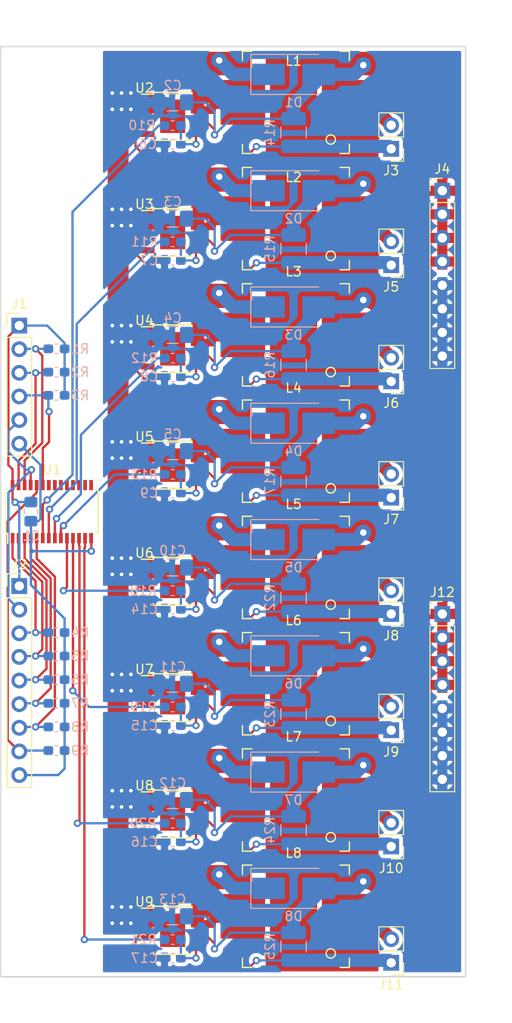
<source format=kicad_pcb>
(kicad_pcb (version 20171130) (host pcbnew "(5.0.2)-1")
  (layers (0 F.Cu signal) (31 B.Cu signal) (34 B.Paste user) (35 F.Paste user) (36 B.SilkS user) (37 F.SilkS user) (38 B.Mask user) (39 F.Mask user) (44 Edge.Cuts user))
  (net 0 "")
  (net 1 VDD)
  (net 2 VSS)
  (net 3 GND)
  (net 4 +48V)
  (net 5 "Net-(C6-Pad1)")
  (net 6 "Net-(C7-Pad1)")
  (net 7 "Net-(C8-Pad1)")
  (net 8 "Net-(C9-Pad1)")
  (net 9 "Net-(C14-Pad1)")
  (net 10 "Net-(C15-Pad1)")
  (net 11 "Net-(C16-Pad1)")
  (net 12 "Net-(C17-Pad1)")
  (net 13 /SW_0)
  (net 14 /SW_1)
  (net 15 /SW_2)
  (net 16 /SW_3)
  (net 17 /SW_4)
  (net 18 /SW_5)
  (net 19 /SW_6)
  (net 20 /SW_7)
  (net 21 /SCL)
  (net 22 /CDA)
  (net 23 /Ground-On)
  (net 24 /CLK)
  (net 25 /A0)
  (net 26 /A1)
  (net 27 /A2)
  (net 28 /A3)
  (net 29 /A4)
  (net 30 /A5)
  (net 31 /Led_0-)
  (net 32 /Set_0)
  (net 33 /Set_1)
  (net 34 /Led_1-)
  (net 35 /Set_2)
  (net 36 /Led_2-)
  (net 37 /Led_3-)
  (net 38 /Set_3)
  (net 39 /Led_4-)
  (net 40 /Set_4)
  (net 41 /Set_5)
  (net 42 /Led_5-)
  (net 43 /Set_6)
  (net 44 /Led_6-)
  (net 45 /Led_7-)
  (net 46 /Set_7)
  (net 47 /PWM_0)
  (net 48 /PWM_1)
  (net 49 /PWM_2)
  (net 50 /PWM_3)
  (net 51 /PWM_4)
  (net 52 /PWM_5)
  (net 53 /PWM_6)
  (net 54 /PWM_7)
  (net 55 "Net-(U1-Pad15)")
  (net 56 "Net-(U1-Pad16)")
  (net 57 "Net-(U1-Pad17)")
  (net 58 "Net-(U1-Pad18)")
  (net 59 "Net-(U1-Pad19)")
  (net 60 "Net-(U1-Pad20)")
  (net 61 "Net-(U1-Pad21)")
  (net 62 "Net-(U1-Pad22)")
  (net 63 "Net-(U2-Pad4)")
  (net 64 "Net-(U3-Pad4)")
  (net 65 "Net-(U4-Pad4)")
  (net 66 "Net-(U5-Pad4)")
  (net 67 "Net-(U6-Pad4)")
  (net 68 "Net-(U7-Pad4)")
  (net 69 "Net-(U8-Pad4)")
  (net 70 "Net-(U9-Pad4)")
  (module Diode_SMD:D_SMB_Handsoldering (layer B.Cu) (at 121 54)
    (fp_text reference D1 (at 0 3) (layer B.SilkS) (effects (justify mirror)))
    (fp_text value DIODE)
    (pad 2 smd rect (at 2.7 0) (size 3.5 2.3) (layers B.Cu B.Paste B.Mask) (net 4 +48V))
    (pad 1 smd rect (at -2.7 0) (size 3.5 2.3) (layers B.Cu B.Paste B.Mask) (net 13 /SW_0))
  )
  (module Diode_SMD:D_SMB_Handsoldering (layer B.Cu) (at 121 66.5)
    (fp_text reference D2 (at 0 3) (layer B.SilkS) (effects (justify mirror)))
    (fp_text value DIODE)
    (pad 2 smd rect (at 2.7 0) (size 3.5 2.3) (layers B.Cu B.Paste B.Mask) (net 4 +48V))
    (pad 1 smd rect (at -2.7 0) (size 3.5 2.3) (layers B.Cu B.Paste B.Mask) (net 14 /SW_1))
  )
  (module Diode_SMD:D_SMB_Handsoldering (layer B.Cu) (at 121 79)
    (fp_text reference D3 (at 0 3) (layer B.SilkS) (effects (justify mirror)))
    (fp_text value DIODE)
    (pad 2 smd rect (at 2.7 0) (size 3.5 2.3) (layers B.Cu B.Paste B.Mask) (net 4 +48V))
    (pad 1 smd rect (at -2.7 0) (size 3.5 2.3) (layers B.Cu B.Paste B.Mask) (net 15 /SW_2))
  )
  (module Diode_SMD:D_SMB_Handsoldering (layer B.Cu) (at 121 91.5)
    (fp_text reference D4 (at 0 3) (layer B.SilkS) (effects (justify mirror)))
    (fp_text value DIODE)
    (pad 2 smd rect (at 2.7 0) (size 3.5 2.3) (layers B.Cu B.Paste B.Mask) (net 4 +48V))
    (pad 1 smd rect (at -2.7 0) (size 3.5 2.3) (layers B.Cu B.Paste B.Mask) (net 16 /SW_3))
  )
  (module Diode_SMD:D_SMB_Handsoldering (layer B.Cu) (at 121 104)
    (fp_text reference D5 (at 0 3) (layer B.SilkS) (effects (justify mirror)))
    (fp_text value DIODE)
    (pad 2 smd rect (at 2.7 0) (size 3.5 2.3) (layers B.Cu B.Paste B.Mask) (net 4 +48V))
    (pad 1 smd rect (at -2.7 0) (size 3.5 2.3) (layers B.Cu B.Paste B.Mask) (net 17 /SW_4))
  )
  (module Diode_SMD:D_SMB_Handsoldering (layer B.Cu) (at 121 116.5)
    (fp_text reference D6 (at 0 3) (layer B.SilkS) (effects (justify mirror)))
    (fp_text value DIODE)
    (pad 2 smd rect (at 2.7 0) (size 3.5 2.3) (layers B.Cu B.Paste B.Mask) (net 4 +48V))
    (pad 1 smd rect (at -2.7 0) (size 3.5 2.3) (layers B.Cu B.Paste B.Mask) (net 18 /SW_5))
  )
  (module Diode_SMD:D_SMB_Handsoldering (layer B.Cu) (at 121 129)
    (fp_text reference D7 (at 0 3) (layer B.SilkS) (effects (justify mirror)))
    (fp_text value DIODE)
    (pad 2 smd rect (at 2.7 0) (size 3.5 2.3) (layers B.Cu B.Paste B.Mask) (net 4 +48V))
    (pad 1 smd rect (at -2.7 0) (size 3.5 2.3) (layers B.Cu B.Paste B.Mask) (net 19 /SW_6))
  )
  (module Diode_SMD:D_SMB_Handsoldering (layer B.Cu) (at 121 141.5)
    (fp_text reference D8 (at 0 3) (layer B.SilkS) (effects (justify mirror)))
    (fp_text value DIODE)
    (pad 2 smd rect (at 2.7 0) (size 3.5 2.3) (layers B.Cu B.Paste B.Mask) (net 4 +48V))
    (pad 1 smd rect (at -2.7 0) (size 3.5 2.3) (layers B.Cu B.Paste B.Mask) (net 20 /SW_7))
  )
  (module my_lib:Package_2-smd_10.7x10mm (layer F.Cu) (at 121 57)
    (fp_text reference L1 (at 0 -4.445) (layer F.SilkS))
    (fp_text value 82uH)
    (pad 2 smd rect (at 5.45 0) (size 4.8 4.8) (layers F.Cu F.Paste F.Mask) (net 31 /Led_0-))
    (pad 1 smd rect (at -5.45 0) (size 4.8 4.8) (layers F.Cu F.Paste F.Mask) (net 13 /SW_0))
  )
  (module my_lib:Package_2-smd_10.7x10mm (layer F.Cu) (at 121 69.5)
    (fp_text reference L2 (at 0 -4.445) (layer F.SilkS))
    (fp_text value 82uH)
    (pad 2 smd rect (at 5.45 0) (size 4.8 4.8) (layers F.Cu F.Paste F.Mask) (net 34 /Led_1-))
    (pad 1 smd rect (at -5.45 0) (size 4.8 4.8) (layers F.Cu F.Paste F.Mask) (net 14 /SW_1))
  )
  (module my_lib:Package_2-smd_10.7x10mm (layer F.Cu) (at 121 82)
    (fp_text reference L3 (at 0 -6.8) (layer F.SilkS))
    (fp_text value 82uH)
    (pad 2 smd rect (at 5.45 0) (size 4.8 4.8) (layers F.Cu F.Paste F.Mask) (net 36 /Led_2-))
    (pad 1 smd rect (at -5.45 0) (size 4.8 4.8) (layers F.Cu F.Paste F.Mask) (net 15 /SW_2))
  )
  (module my_lib:Package_2-smd_10.7x10mm (layer F.Cu) (at 121 94.5)
    (fp_text reference L4 (at 0 -6.8) (layer F.SilkS))
    (fp_text value 82uH)
    (pad 2 smd rect (at 5.45 0) (size 4.8 4.8) (layers F.Cu F.Paste F.Mask) (net 37 /Led_3-))
    (pad 1 smd rect (at -5.45 0) (size 4.8 4.8) (layers F.Cu F.Paste F.Mask) (net 16 /SW_3))
  )
  (module my_lib:Package_2-smd_10.7x10mm (layer F.Cu) (at 121 107)
    (fp_text reference L5 (at 0 -6.8) (layer F.SilkS))
    (fp_text value 82uH)
    (pad 2 smd rect (at 5.45 0) (size 4.8 4.8) (layers F.Cu F.Paste F.Mask) (net 39 /Led_4-))
    (pad 1 smd rect (at -5.45 0) (size 4.8 4.8) (layers F.Cu F.Paste F.Mask) (net 17 /SW_4))
  )
  (module my_lib:Package_2-smd_10.7x10mm (layer F.Cu) (at 121 119.5)
    (fp_text reference L6 (at 0 -6.8) (layer F.SilkS))
    (fp_text value 82uH)
    (pad 2 smd rect (at 5.45 0) (size 4.8 4.8) (layers F.Cu F.Paste F.Mask) (net 42 /Led_5-))
    (pad 1 smd rect (at -5.45 0) (size 4.8 4.8) (layers F.Cu F.Paste F.Mask) (net 18 /SW_5))
  )
  (module my_lib:Package_2-smd_10.7x10mm (layer F.Cu) (at 121 132)
    (fp_text reference L7 (at 0 -6.8) (layer F.SilkS))
    (fp_text value 82uH)
    (pad 2 smd rect (at 5.45 0) (size 4.8 4.8) (layers F.Cu F.Paste F.Mask) (net 44 /Led_6-))
    (pad 1 smd rect (at -5.45 0) (size 4.8 4.8) (layers F.Cu F.Paste F.Mask) (net 19 /SW_6))
  )
  (module my_lib:Package_2-smd_10.7x10mm (layer F.Cu) (at 121 144.5)
    (fp_text reference L8 (at 0 -6.8) (layer F.SilkS))
    (fp_text value 82uH)
    (pad 2 smd rect (at 5.45 0) (size 4.8 4.8) (layers F.Cu F.Paste F.Mask) (net 45 /Led_7-))
    (pad 1 smd rect (at -5.45 0) (size 4.8 4.8) (layers F.Cu F.Paste F.Mask) (net 20 /SW_7))
  )
  (module Capacitor_SMD:C_0805_2012Metric_Pad1.15x1.40mm_HandSolder (layer B.Cu) (at 92.75 101 270)
    (fp_text reference C1 (at 2.6035 -0.0635 180) (layer B.SilkS) (effects (justify mirror)))
    (fp_text value 10u)
    (pad 1 smd roundrect (at -1.025 0 270) (size 1.15 1.4) (layers B.Cu B.Paste B.Mask) (roundrect_rratio 0.217391) (net 1 VDD))
    (pad 2 smd roundrect (at 1.025 0 270) (size 1.15 1.4) (layers B.Cu B.Paste B.Mask) (roundrect_rratio 0.217391) (net 2 VSS))
  )
  (module Capacitor_SMD:C_1206_3216Metric_Pad1.42x1.75mm_HandSolder (layer B.Cu) (at 108 57 180)
    (fp_text reference C2 (at 0 1.82 180) (layer B.SilkS) (effects (justify mirror)))
    (fp_text value 10u)
    (pad 2 smd roundrect (at 1.4875 0 180) (size 1.425 1.75) (layers B.Cu B.Paste B.Mask) (roundrect_rratio 0.175439) (net 3 GND))
    (pad 1 smd roundrect (at -1.4875 0 180) (size 1.425 1.75) (layers B.Cu B.Paste B.Mask) (roundrect_rratio 0.175439) (net 4 +48V))
  )
  (module Capacitor_SMD:C_1206_3216Metric_Pad1.42x1.75mm_HandSolder (layer B.Cu) (at 108 69.5 180)
    (fp_text reference C3 (at 0 1.82 180) (layer B.SilkS) (effects (justify mirror)))
    (fp_text value 10u)
    (pad 1 smd roundrect (at -1.4875 0 180) (size 1.425 1.75) (layers B.Cu B.Paste B.Mask) (roundrect_rratio 0.175439) (net 4 +48V))
    (pad 2 smd roundrect (at 1.4875 0 180) (size 1.425 1.75) (layers B.Cu B.Paste B.Mask) (roundrect_rratio 0.175439) (net 3 GND))
  )
  (module Capacitor_SMD:C_1206_3216Metric_Pad1.42x1.75mm_HandSolder (layer B.Cu) (at 108 82 180)
    (fp_text reference C4 (at 0 1.82 180) (layer B.SilkS) (effects (justify mirror)))
    (fp_text value 10u)
    (pad 2 smd roundrect (at 1.4875 0 180) (size 1.425 1.75) (layers B.Cu B.Paste B.Mask) (roundrect_rratio 0.175439) (net 3 GND))
    (pad 1 smd roundrect (at -1.4875 0 180) (size 1.425 1.75) (layers B.Cu B.Paste B.Mask) (roundrect_rratio 0.175439) (net 4 +48V))
  )
  (module Capacitor_SMD:C_1206_3216Metric_Pad1.42x1.75mm_HandSolder (layer B.Cu) (at 108 94.5 180)
    (fp_text reference C5 (at 0 1.82 180) (layer B.SilkS) (effects (justify mirror)))
    (fp_text value 10u)
    (pad 1 smd roundrect (at -1.4875 0 180) (size 1.425 1.75) (layers B.Cu B.Paste B.Mask) (roundrect_rratio 0.175439) (net 4 +48V))
    (pad 2 smd roundrect (at 1.4875 0 180) (size 1.425 1.75) (layers B.Cu B.Paste B.Mask) (roundrect_rratio 0.175439) (net 3 GND))
  )
  (module Capacitor_SMD:C_0603_1608Metric_Pad1.05x0.95mm_HandSolder (layer B.Cu) (at 108 61.5 180)
    (fp_text reference C6 (at 2.685 0 180) (layer B.SilkS) (effects (justify mirror)))
    (fp_text value 0.33u)
    (pad 2 smd roundrect (at 0.875 0 180) (size 1.05 0.95) (layers B.Cu B.Paste B.Mask) (net 3 GND))
    (pad 1 smd roundrect (at -0.875 0 180) (size 1.05 0.95) (layers B.Cu B.Paste B.Mask) (net 5 "Net-(C6-Pad1)"))
  )
  (module Capacitor_SMD:C_0603_1608Metric_Pad1.05x0.95mm_HandSolder (layer B.Cu) (at 108 74 180)
    (fp_text reference C7 (at 2.54 0 180) (layer B.SilkS) (effects (justify mirror)))
    (fp_text value 0.33u)
    (pad 1 smd roundrect (at -0.875 0 180) (size 1.05 0.95) (layers B.Cu B.Paste B.Mask) (net 6 "Net-(C7-Pad1)"))
    (pad 2 smd roundrect (at 0.875 0 180) (size 1.05 0.95) (layers B.Cu B.Paste B.Mask) (net 3 GND))
  )
  (module Capacitor_SMD:C_0603_1608Metric_Pad1.05x0.95mm_HandSolder (layer B.Cu) (at 108 86.5 180)
    (fp_text reference C8 (at 2.54 0 180) (layer B.SilkS) (effects (justify mirror)))
    (fp_text value 0.33u)
    (pad 2 smd roundrect (at 0.875 0 180) (size 1.05 0.95) (layers B.Cu B.Paste B.Mask) (net 3 GND))
    (pad 1 smd roundrect (at -0.875 0 180) (size 1.05 0.95) (layers B.Cu B.Paste B.Mask) (net 7 "Net-(C8-Pad1)"))
  )
  (module Capacitor_SMD:C_0603_1608Metric_Pad1.05x0.95mm_HandSolder (layer B.Cu) (at 108 99 180)
    (fp_text reference C9 (at 2.54 0 180) (layer B.SilkS) (effects (justify mirror)))
    (fp_text value 0.33u)
    (pad 1 smd roundrect (at -0.875 0 180) (size 1.05 0.95) (layers B.Cu B.Paste B.Mask) (net 8 "Net-(C9-Pad1)"))
    (pad 2 smd roundrect (at 0.875 0 180) (size 1.05 0.95) (layers B.Cu B.Paste B.Mask) (net 3 GND))
  )
  (module Capacitor_SMD:C_1206_3216Metric_Pad1.42x1.75mm_HandSolder (layer B.Cu) (at 108 107 180)
    (fp_text reference C10 (at 0 1.82 180) (layer B.SilkS) (effects (justify mirror)))
    (fp_text value 10u)
    (pad 2 smd roundrect (at 1.4875 0 180) (size 1.425 1.75) (layers B.Cu B.Paste B.Mask) (roundrect_rratio 0.175439) (net 3 GND))
    (pad 1 smd roundrect (at -1.4875 0 180) (size 1.425 1.75) (layers B.Cu B.Paste B.Mask) (roundrect_rratio 0.175439) (net 4 +48V))
  )
  (module Capacitor_SMD:C_1206_3216Metric_Pad1.42x1.75mm_HandSolder (layer B.Cu) (at 108 119.5 180)
    (fp_text reference C11 (at 0 1.82 180) (layer B.SilkS) (effects (justify mirror)))
    (fp_text value 10u)
    (pad 1 smd roundrect (at -1.4875 0 180) (size 1.425 1.75) (layers B.Cu B.Paste B.Mask) (roundrect_rratio 0.175439) (net 4 +48V))
    (pad 2 smd roundrect (at 1.4875 0 180) (size 1.425 1.75) (layers B.Cu B.Paste B.Mask) (roundrect_rratio 0.175439) (net 3 GND))
  )
  (module Capacitor_SMD:C_1206_3216Metric_Pad1.42x1.75mm_HandSolder (layer B.Cu) (at 108 132 180)
    (fp_text reference C12 (at 0 1.82 180) (layer B.SilkS) (effects (justify mirror)))
    (fp_text value 10u)
    (pad 2 smd roundrect (at 1.4875 0 180) (size 1.425 1.75) (layers B.Cu B.Paste B.Mask) (roundrect_rratio 0.175439) (net 3 GND))
    (pad 1 smd roundrect (at -1.4875 0 180) (size 1.425 1.75) (layers B.Cu B.Paste B.Mask) (roundrect_rratio 0.175439) (net 4 +48V))
  )
  (module Capacitor_SMD:C_1206_3216Metric_Pad1.42x1.75mm_HandSolder (layer B.Cu) (at 108 144.5 180)
    (fp_text reference C13 (at 0 1.82 180) (layer B.SilkS) (effects (justify mirror)))
    (fp_text value 10u)
    (pad 1 smd roundrect (at -1.4875 0 180) (size 1.425 1.75) (layers B.Cu B.Paste B.Mask) (roundrect_rratio 0.175439) (net 4 +48V))
    (pad 2 smd roundrect (at 1.4875 0 180) (size 1.425 1.75) (layers B.Cu B.Paste B.Mask) (roundrect_rratio 0.175439) (net 3 GND))
  )
  (module Capacitor_SMD:C_0603_1608Metric_Pad1.05x0.95mm_HandSolder (layer B.Cu) (at 108 111.5 180)
    (fp_text reference C14 (at 3.048 0 180) (layer B.SilkS) (effects (justify mirror)))
    (fp_text value 0.33u)
    (pad 2 smd roundrect (at 0.875 0 180) (size 1.05 0.95) (layers B.Cu B.Paste B.Mask) (net 3 GND))
    (pad 1 smd roundrect (at -0.875 0 180) (size 1.05 0.95) (layers B.Cu B.Paste B.Mask) (net 9 "Net-(C14-Pad1)"))
  )
  (module Capacitor_SMD:C_0603_1608Metric_Pad1.05x0.95mm_HandSolder (layer B.Cu) (at 108 124 180)
    (fp_text reference C15 (at 3.048 0 180) (layer B.SilkS) (effects (justify mirror)))
    (fp_text value 0.33u)
    (pad 1 smd roundrect (at -0.875 0 180) (size 1.05 0.95) (layers B.Cu B.Paste B.Mask) (net 10 "Net-(C15-Pad1)"))
    (pad 2 smd roundrect (at 0.875 0 180) (size 1.05 0.95) (layers B.Cu B.Paste B.Mask) (net 3 GND))
  )
  (module Capacitor_SMD:C_0603_1608Metric_Pad1.05x0.95mm_HandSolder (layer B.Cu) (at 108 136.5 180)
    (fp_text reference C16 (at 3.048 0 180) (layer B.SilkS) (effects (justify mirror)))
    (fp_text value 0.33u)
    (pad 2 smd roundrect (at 0.875 0 180) (size 1.05 0.95) (layers B.Cu B.Paste B.Mask) (net 3 GND))
    (pad 1 smd roundrect (at -0.875 0 180) (size 1.05 0.95) (layers B.Cu B.Paste B.Mask) (net 11 "Net-(C16-Pad1)"))
  )
  (module Capacitor_SMD:C_0603_1608Metric_Pad1.05x0.95mm_HandSolder (layer B.Cu) (at 108 149 180)
    (fp_text reference C17 (at 3.048 0 180) (layer B.SilkS) (effects (justify mirror)))
    (fp_text value 0.33u)
    (pad 1 smd roundrect (at -0.875 0 180) (size 1.05 0.95) (layers B.Cu B.Paste B.Mask) (net 12 "Net-(C17-Pad1)"))
    (pad 2 smd roundrect (at 0.875 0 180) (size 1.05 0.95) (layers B.Cu B.Paste B.Mask) (net 3 GND))
  )
  (module Connector_PinHeader_2.54mm:PinHeader_1x06_P2.54mm_Vertical (layer F.Cu) (at 91.5 81)
    (fp_text reference J1 (at 0 -2.33) (layer F.SilkS))
    (fp_text value Conn_01x06_Male)
    (pad 1 thru_hole rect (at 0 0) (size 1.7 1.7) (drill 1) (layers *.Cu *.Mask) (net 1 VDD))
    (pad 2 thru_hole oval (at 0 2.54) (size 1.7 1.7) (drill 1) (layers *.Cu *.Mask) (net 21 /SCL))
    (pad 3 thru_hole oval (at 0 5.08) (size 1.7 1.7) (drill 1) (layers *.Cu *.Mask) (net 22 /CDA))
    (pad 4 thru_hole oval (at 0 7.62) (size 1.7 1.7) (drill 1) (layers *.Cu *.Mask) (net 23 /Ground-On))
    (pad 5 thru_hole oval (at 0 10.16) (size 1.7 1.7) (drill 1) (layers *.Cu *.Mask) (net 24 /CLK))
    (pad 6 thru_hole oval (at 0 12.7) (size 1.7 1.7) (drill 1) (layers *.Cu *.Mask) (net 2 VSS))
  )
  (module Connector_PinHeader_2.54mm:PinHeader_1x09_P2.54mm_Vertical (layer F.Cu) (at 91.5 109)
    (fp_text reference J2 (at 0 -2.33) (layer F.SilkS))
    (fp_text value Conn_01x09_Male)
    (pad 1 thru_hole rect (at 0 0) (size 1.7 1.7) (drill 1) (layers *.Cu *.Mask) (net 1 VDD))
    (pad 2 thru_hole oval (at 0 2.54) (size 1.7 1.7) (drill 1) (layers *.Cu *.Mask) (net 24 /CLK))
    (pad 3 thru_hole oval (at 0 5.08) (size 1.7 1.7) (drill 1) (layers *.Cu *.Mask) (net 25 /A0))
    (pad 4 thru_hole oval (at 0 7.62) (size 1.7 1.7) (drill 1) (layers *.Cu *.Mask) (net 26 /A1))
    (pad 5 thru_hole oval (at 0 10.16) (size 1.7 1.7) (drill 1) (layers *.Cu *.Mask) (net 27 /A2))
    (pad 6 thru_hole oval (at 0 12.7) (size 1.7 1.7) (drill 1) (layers *.Cu *.Mask) (net 28 /A3))
    (pad 7 thru_hole oval (at 0 15.24) (size 1.7 1.7) (drill 1) (layers *.Cu *.Mask) (net 29 /A4))
    (pad 8 thru_hole oval (at 0 17.78) (size 1.7 1.7) (drill 1) (layers *.Cu *.Mask) (net 30 /A5))
    (pad 9 thru_hole oval (at 0 20.32) (size 1.7 1.7) (drill 1) (layers *.Cu *.Mask) (net 2 VSS))
  )
  (module Connector_PinHeader_2.54mm:PinHeader_1x02_P2.54mm_Vertical (layer F.Cu) (at 131.5 62 180)
    (fp_text reference J3 (at 0 -2.33 180) (layer F.SilkS))
    (fp_text value Conn_01x02_Male)
    (pad 2 thru_hole oval (at 0 2.54 180) (size 1.7 1.7) (drill 1) (layers *.Cu *.Mask) (net 31 /Led_0-))
    (pad 1 thru_hole rect (at 0 0 180) (size 1.7 1.7) (drill 1) (layers *.Cu *.Mask) (net 32 /Set_0))
  )
  (module Connector_PinHeader_2.54mm:PinHeader_1x08_P2.54mm_Vertical (layer F.Cu) (at 137 66.5)
    (fp_text reference J4 (at 0 -2.33) (layer F.SilkS))
    (fp_text value Conn_01x08_Male)
    (pad 1 thru_hole rect (at 0 0) (size 1.7 1.7) (drill 1) (layers *.Cu *.Mask) (net 4 +48V))
    (pad 2 thru_hole oval (at 0 2.54) (size 1.7 1.7) (drill 1) (layers *.Cu *.Mask) (net 4 +48V))
    (pad 3 thru_hole oval (at 0 5.08) (size 1.7 1.7) (drill 1) (layers *.Cu *.Mask) (net 4 +48V))
    (pad 4 thru_hole oval (at 0 7.62) (size 1.7 1.7) (drill 1) (layers *.Cu *.Mask) (net 4 +48V))
    (pad 5 thru_hole oval (at 0 10.16) (size 1.7 1.7) (drill 1) (layers *.Cu *.Mask) (net 3 GND))
    (pad 6 thru_hole oval (at 0 12.7) (size 1.7 1.7) (drill 1) (layers *.Cu *.Mask) (net 3 GND))
    (pad 7 thru_hole oval (at 0 15.24) (size 1.7 1.7) (drill 1) (layers *.Cu *.Mask) (net 3 GND))
    (pad 8 thru_hole oval (at 0 17.78) (size 1.7 1.7) (drill 1) (layers *.Cu *.Mask) (net 3 GND))
  )
  (module Connector_PinHeader_2.54mm:PinHeader_1x02_P2.54mm_Vertical (layer F.Cu) (at 131.5 74.5 180)
    (fp_text reference J5 (at 0 -2.33 180) (layer F.SilkS))
    (fp_text value Conn_01x02_Male)
    (pad 1 thru_hole rect (at 0 0 180) (size 1.7 1.7) (drill 1) (layers *.Cu *.Mask) (net 33 /Set_1))
    (pad 2 thru_hole oval (at 0 2.54 180) (size 1.7 1.7) (drill 1) (layers *.Cu *.Mask) (net 34 /Led_1-))
  )
  (module Connector_PinHeader_2.54mm:PinHeader_1x02_P2.54mm_Vertical (layer F.Cu) (at 131.5 87 180)
    (fp_text reference J6 (at 0 -2.33 180) (layer F.SilkS))
    (fp_text value Conn_01x02_Male)
    (pad 1 thru_hole rect (at 0 0 180) (size 1.7 1.7) (drill 1) (layers *.Cu *.Mask) (net 35 /Set_2))
    (pad 2 thru_hole oval (at 0 2.54 180) (size 1.7 1.7) (drill 1) (layers *.Cu *.Mask) (net 36 /Led_2-))
  )
  (module Connector_PinHeader_2.54mm:PinHeader_1x02_P2.54mm_Vertical (layer F.Cu) (at 131.5 99.5 180)
    (fp_text reference J7 (at 0 -2.33 180) (layer F.SilkS))
    (fp_text value Conn_01x02_Male)
    (pad 2 thru_hole oval (at 0 2.54 180) (size 1.7 1.7) (drill 1) (layers *.Cu *.Mask) (net 37 /Led_3-))
    (pad 1 thru_hole rect (at 0 0 180) (size 1.7 1.7) (drill 1) (layers *.Cu *.Mask) (net 38 /Set_3))
  )
  (module Connector_PinHeader_2.54mm:PinHeader_1x02_P2.54mm_Vertical (layer F.Cu) (at 131.5 112 180)
    (fp_text reference J8 (at 0 -2.33 180) (layer F.SilkS))
    (fp_text value Conn_01x02_Male)
    (pad 2 thru_hole oval (at 0 2.54 180) (size 1.7 1.7) (drill 1) (layers *.Cu *.Mask) (net 39 /Led_4-))
    (pad 1 thru_hole rect (at 0 0 180) (size 1.7 1.7) (drill 1) (layers *.Cu *.Mask) (net 40 /Set_4))
  )
  (module Connector_PinHeader_2.54mm:PinHeader_1x02_P2.54mm_Vertical (layer F.Cu) (at 131.5 124.5 180)
    (fp_text reference J9 (at 0 -2.33 180) (layer F.SilkS))
    (fp_text value Conn_01x02_Male)
    (pad 1 thru_hole rect (at 0 0 180) (size 1.7 1.7) (drill 1) (layers *.Cu *.Mask) (net 41 /Set_5))
    (pad 2 thru_hole oval (at 0 2.54 180) (size 1.7 1.7) (drill 1) (layers *.Cu *.Mask) (net 42 /Led_5-))
  )
  (module Connector_PinHeader_2.54mm:PinHeader_1x02_P2.54mm_Vertical (layer F.Cu) (at 131.5 137 180)
    (fp_text reference J10 (at 0 -2.33 180) (layer F.SilkS))
    (fp_text value Conn_01x02_Male)
    (pad 1 thru_hole rect (at 0 0 180) (size 1.7 1.7) (drill 1) (layers *.Cu *.Mask) (net 43 /Set_6))
    (pad 2 thru_hole oval (at 0 2.54 180) (size 1.7 1.7) (drill 1) (layers *.Cu *.Mask) (net 44 /Led_6-))
  )
  (module Connector_PinHeader_2.54mm:PinHeader_1x02_P2.54mm_Vertical (layer F.Cu) (at 131.5 149.5 180)
    (fp_text reference J11 (at 0 -2.33 180) (layer F.SilkS))
    (fp_text value Conn_01x02_Male)
    (pad 2 thru_hole oval (at 0 2.54 180) (size 1.7 1.7) (drill 1) (layers *.Cu *.Mask) (net 45 /Led_7-))
    (pad 1 thru_hole rect (at 0 0 180) (size 1.7 1.7) (drill 1) (layers *.Cu *.Mask) (net 46 /Set_7))
  )
  (module Connector_PinHeader_2.54mm:PinHeader_1x08_P2.54mm_Vertical (layer F.Cu) (at 137 112)
    (fp_text reference J12 (at 0 -2.33) (layer F.SilkS))
    (fp_text value Conn_01x08_Male)
    (pad 8 thru_hole oval (at 0 17.78) (size 1.7 1.7) (drill 1) (layers *.Cu *.Mask) (net 3 GND))
    (pad 7 thru_hole oval (at 0 15.24) (size 1.7 1.7) (drill 1) (layers *.Cu *.Mask) (net 3 GND))
    (pad 6 thru_hole oval (at 0 12.7) (size 1.7 1.7) (drill 1) (layers *.Cu *.Mask) (net 3 GND))
    (pad 5 thru_hole oval (at 0 10.16) (size 1.7 1.7) (drill 1) (layers *.Cu *.Mask) (net 3 GND))
    (pad 4 thru_hole oval (at 0 7.62) (size 1.7 1.7) (drill 1) (layers *.Cu *.Mask) (net 4 +48V))
    (pad 3 thru_hole oval (at 0 5.08) (size 1.7 1.7) (drill 1) (layers *.Cu *.Mask) (net 4 +48V))
    (pad 2 thru_hole oval (at 0 2.54) (size 1.7 1.7) (drill 1) (layers *.Cu *.Mask) (net 4 +48V))
    (pad 1 thru_hole rect (at 0 0) (size 1.7 1.7) (drill 1) (layers *.Cu *.Mask) (net 4 +48V))
  )
  (module Resistor_SMD:R_0603_1608Metric_Pad1.05x0.95mm_HandSolder (layer B.Cu) (at 95.5 83.5 180)
    (fp_text reference R1 (at -2.54 0 180) (layer B.SilkS) (effects (justify mirror)))
    (fp_text value 10k)
    (pad 1 smd roundrect (at -0.875 0 180) (size 1.05 0.95) (layers B.Cu B.Paste B.Mask) (net 1 VDD))
    (pad 2 smd roundrect (at 0.875 0 180) (size 1.05 0.95) (layers B.Cu B.Paste B.Mask) (net 21 /SCL))
  )
  (module Resistor_SMD:R_0603_1608Metric_Pad1.05x0.95mm_HandSolder (layer B.Cu) (at 95.5 86 180)
    (fp_text reference R2 (at -2.54 0 180) (layer B.SilkS) (effects (justify mirror)))
    (fp_text value 10k)
    (pad 1 smd roundrect (at -0.875 0 180) (size 1.05 0.95) (layers B.Cu B.Paste B.Mask) (net 1 VDD))
    (pad 2 smd roundrect (at 0.875 0 180) (size 1.05 0.95) (layers B.Cu B.Paste B.Mask) (net 22 /CDA))
  )
  (module Resistor_SMD:R_0603_1608Metric_Pad1.05x0.95mm_HandSolder (layer B.Cu) (at 95.5 88.5 180)
    (fp_text reference R3 (at -2.54 0 180) (layer B.SilkS) (effects (justify mirror)))
    (fp_text value 10k)
    (pad 2 smd roundrect (at 0.875 0 180) (size 1.05 0.95) (layers B.Cu B.Paste B.Mask) (net 23 /Ground-On))
    (pad 1 smd roundrect (at -0.875 0 180) (size 1.05 0.95) (layers B.Cu B.Paste B.Mask) (net 1 VDD))
  )
  (module Resistor_SMD:R_0603_1608Metric_Pad1.05x0.95mm_HandSolder (layer B.Cu) (at 95.5 114)
    (fp_text reference R4 (at 2.54 0) (layer B.SilkS) (effects (justify mirror)))
    (fp_text value 10k)
    (pad 2 smd roundrect (at 0.875 0) (size 1.05 0.95) (layers B.Cu B.Paste B.Mask) (net 2 VSS))
    (pad 1 smd roundrect (at -0.875 0) (size 1.05 0.95) (layers B.Cu B.Paste B.Mask) (net 25 /A0))
  )
  (module Resistor_SMD:R_0603_1608Metric_Pad1.05x0.95mm_HandSolder (layer B.Cu) (at 95.500001 116.525)
    (fp_text reference R5 (at 2.54 0) (layer B.SilkS) (effects (justify mirror)))
    (fp_text value 10k)
    (pad 1 smd roundrect (at -0.875 0) (size 1.05 0.95) (layers B.Cu B.Paste B.Mask) (net 26 /A1))
    (pad 2 smd roundrect (at 0.875 0) (size 1.05 0.95) (layers B.Cu B.Paste B.Mask) (net 2 VSS))
  )
  (module Resistor_SMD:R_0603_1608Metric_Pad1.05x0.95mm_HandSolder (layer B.Cu) (at 95.5 119.065)
    (fp_text reference R6 (at 2.54 0) (layer B.SilkS) (effects (justify mirror)))
    (fp_text value 10k)
    (pad 2 smd roundrect (at 0.875 0) (size 1.05 0.95) (layers B.Cu B.Paste B.Mask) (net 2 VSS))
    (pad 1 smd roundrect (at -0.875 0) (size 1.05 0.95) (layers B.Cu B.Paste B.Mask) (net 27 /A2))
  )
  (module Resistor_SMD:R_0603_1608Metric_Pad1.05x0.95mm_HandSolder (layer B.Cu) (at 95.5 121.605)
    (fp_text reference R7 (at 2.54 0) (layer B.SilkS) (effects (justify mirror)))
    (fp_text value 10k)
    (pad 1 smd roundrect (at -0.875 0) (size 1.05 0.95) (layers B.Cu B.Paste B.Mask) (net 28 /A3))
    (pad 2 smd roundrect (at 0.875 0) (size 1.05 0.95) (layers B.Cu B.Paste B.Mask) (net 2 VSS))
  )
  (module Resistor_SMD:R_0603_1608Metric_Pad1.05x0.95mm_HandSolder (layer B.Cu) (at 95.5 124.145)
    (fp_text reference R8 (at 2.54 0) (layer B.SilkS) (effects (justify mirror)))
    (fp_text value 10k)
    (pad 2 smd roundrect (at 0.875 0) (size 1.05 0.95) (layers B.Cu B.Paste B.Mask) (net 2 VSS))
    (pad 1 smd roundrect (at -0.875 0) (size 1.05 0.95) (layers B.Cu B.Paste B.Mask) (net 29 /A4))
  )
  (module Resistor_SMD:R_0603_1608Metric_Pad1.05x0.95mm_HandSolder (layer B.Cu) (at 95.500001 126.685)
    (fp_text reference R9 (at 2.54 0) (layer B.SilkS) (effects (justify mirror)))
    (fp_text value 10k)
    (pad 1 smd roundrect (at -0.875 0) (size 1.05 0.95) (layers B.Cu B.Paste B.Mask) (net 30 /A5))
    (pad 2 smd roundrect (at 0.875 0) (size 1.05 0.95) (layers B.Cu B.Paste B.Mask) (net 2 VSS))
  )
  (module Resistor_SMD:R_0603_1608Metric_Pad1.05x0.95mm_HandSolder (layer B.Cu) (at 108 59.5)
    (fp_text reference R10 (at -3.32 -0.032609) (layer B.SilkS) (effects (justify mirror)))
    (fp_text value 220)
    (pad 2 smd roundrect (at 0.875 0) (size 1.05 0.95) (layers B.Cu B.Paste B.Mask) (net 5 "Net-(C6-Pad1)"))
    (pad 1 smd roundrect (at -0.875 0) (size 1.05 0.95) (layers B.Cu B.Paste B.Mask) (net 47 /PWM_0))
  )
  (module Resistor_SMD:R_0603_1608Metric_Pad1.05x0.95mm_HandSolder (layer B.Cu) (at 108 72)
    (fp_text reference R11 (at -3.048 0) (layer B.SilkS) (effects (justify mirror)))
    (fp_text value 220)
    (pad 1 smd roundrect (at -0.875 0) (size 1.05 0.95) (layers B.Cu B.Paste B.Mask) (net 48 /PWM_1))
    (pad 2 smd roundrect (at 0.875 0) (size 1.05 0.95) (layers B.Cu B.Paste B.Mask) (net 6 "Net-(C7-Pad1)"))
  )
  (module Resistor_SMD:R_0603_1608Metric_Pad1.05x0.95mm_HandSolder (layer B.Cu) (at 108 84.5)
    (fp_text reference R12 (at -3.048 0) (layer B.SilkS) (effects (justify mirror)))
    (fp_text value 220)
    (pad 2 smd roundrect (at 0.875 0) (size 1.05 0.95) (layers B.Cu B.Paste B.Mask) (net 7 "Net-(C8-Pad1)"))
    (pad 1 smd roundrect (at -0.875 0) (size 1.05 0.95) (layers B.Cu B.Paste B.Mask) (net 49 /PWM_2))
  )
  (module Resistor_SMD:R_0603_1608Metric_Pad1.05x0.95mm_HandSolder (layer B.Cu) (at 108 97)
    (fp_text reference R13 (at -3.048 0) (layer B.SilkS) (effects (justify mirror)))
    (fp_text value 220)
    (pad 1 smd roundrect (at -0.875 0) (size 1.05 0.95) (layers B.Cu B.Paste B.Mask) (net 50 /PWM_3))
    (pad 2 smd roundrect (at 0.875 0) (size 1.05 0.95) (layers B.Cu B.Paste B.Mask) (net 8 "Net-(C9-Pad1)"))
  )
  (module Resistor_SMD:R_1210_3225Metric_Pad1.42x2.65mm_HandSolder (layer B.Cu) (at 121 60.25 90)
    (fp_text reference R14 (at 0 -2.54 90) (layer B.SilkS) (effects (justify mirror)))
    (fp_text value 50m)
    (pad 2 smd roundrect (at 1.4875 0 90) (size 1.425 2.65) (layers B.Cu B.Paste B.Mask) (roundrect_rratio 0.175439) (net 4 +48V))
    (pad 1 smd roundrect (at -1.4875 0 90) (size 1.425 2.65) (layers B.Cu B.Paste B.Mask) (roundrect_rratio 0.175439) (net 32 /Set_0))
  )
  (module Resistor_SMD:R_1210_3225Metric_Pad1.42x2.65mm_HandSolder (layer B.Cu) (at 121 72.75 90)
    (fp_text reference R15 (at 0 -2.54 90) (layer B.SilkS) (effects (justify mirror)))
    (fp_text value 50m)
    (pad 2 smd roundrect (at 1.4875 0 90) (size 1.425 2.65) (layers B.Cu B.Paste B.Mask) (roundrect_rratio 0.175439) (net 4 +48V))
    (pad 1 smd roundrect (at -1.4875 0 90) (size 1.425 2.65) (layers B.Cu B.Paste B.Mask) (roundrect_rratio 0.175439) (net 33 /Set_1))
  )
  (module Resistor_SMD:R_1210_3225Metric_Pad1.42x2.65mm_HandSolder (layer B.Cu) (at 121 85.2375 90)
    (fp_text reference R16 (at 0 -2.54 90) (layer B.SilkS) (effects (justify mirror)))
    (fp_text value 50m)
    (pad 1 smd roundrect (at -1.4875 0 90) (size 1.425 2.65) (layers B.Cu B.Paste B.Mask) (roundrect_rratio 0.175439) (net 35 /Set_2))
    (pad 2 smd roundrect (at 1.4875 0 90) (size 1.425 2.65) (layers B.Cu B.Paste B.Mask) (roundrect_rratio 0.175439) (net 4 +48V))
  )
  (module Resistor_SMD:R_1210_3225Metric_Pad1.42x2.65mm_HandSolder (layer B.Cu) (at 121 97.75 90)
    (fp_text reference R17 (at 0 -2.54 90) (layer B.SilkS) (effects (justify mirror)))
    (fp_text value 50m)
    (pad 1 smd roundrect (at -1.4875 0 90) (size 1.425 2.65) (layers B.Cu B.Paste B.Mask) (roundrect_rratio 0.175439) (net 38 /Set_3))
    (pad 2 smd roundrect (at 1.4875 0 90) (size 1.425 2.65) (layers B.Cu B.Paste B.Mask) (roundrect_rratio 0.175439) (net 4 +48V))
  )
  (module Resistor_SMD:R_0603_1608Metric_Pad1.05x0.95mm_HandSolder (layer B.Cu) (at 108 109.5)
    (fp_text reference R18 (at -3.175 0) (layer B.SilkS) (effects (justify mirror)))
    (fp_text value 220)
    (pad 2 smd roundrect (at 0.875 0) (size 1.05 0.95) (layers B.Cu B.Paste B.Mask) (net 9 "Net-(C14-Pad1)"))
    (pad 1 smd roundrect (at -0.875 0) (size 1.05 0.95) (layers B.Cu B.Paste B.Mask) (net 51 /PWM_4))
  )
  (module Resistor_SMD:R_0603_1608Metric_Pad1.05x0.95mm_HandSolder (layer B.Cu) (at 108 122)
    (fp_text reference R19 (at -3.175 0) (layer B.SilkS) (effects (justify mirror)))
    (fp_text value 220)
    (pad 1 smd roundrect (at -0.875 0) (size 1.05 0.95) (layers B.Cu B.Paste B.Mask) (net 52 /PWM_5))
    (pad 2 smd roundrect (at 0.875 0) (size 1.05 0.95) (layers B.Cu B.Paste B.Mask) (net 10 "Net-(C15-Pad1)"))
  )
  (module Resistor_SMD:R_0603_1608Metric_Pad1.05x0.95mm_HandSolder (layer B.Cu) (at 108 134.5)
    (fp_text reference R20 (at -3.175 0) (layer B.SilkS) (effects (justify mirror)))
    (fp_text value 220)
    (pad 2 smd roundrect (at 0.875 0) (size 1.05 0.95) (layers B.Cu B.Paste B.Mask) (net 11 "Net-(C16-Pad1)"))
    (pad 1 smd roundrect (at -0.875 0) (size 1.05 0.95) (layers B.Cu B.Paste B.Mask) (net 53 /PWM_6))
  )
  (module Resistor_SMD:R_0603_1608Metric_Pad1.05x0.95mm_HandSolder (layer B.Cu) (at 108 147)
    (fp_text reference R21 (at -3.175 0) (layer B.SilkS) (effects (justify mirror)))
    (fp_text value 220)
    (pad 1 smd roundrect (at -0.875 0) (size 1.05 0.95) (layers B.Cu B.Paste B.Mask) (net 54 /PWM_7))
    (pad 2 smd roundrect (at 0.875 0) (size 1.05 0.95) (layers B.Cu B.Paste B.Mask) (net 12 "Net-(C17-Pad1)"))
  )
  (module Resistor_SMD:R_1210_3225Metric_Pad1.42x2.65mm_HandSolder (layer B.Cu) (at 121 110.25 90)
    (fp_text reference R22 (at 0 -2.54 90) (layer B.SilkS) (effects (justify mirror)))
    (fp_text value 50m)
    (pad 2 smd roundrect (at 1.4875 0 90) (size 1.425 2.65) (layers B.Cu B.Paste B.Mask) (roundrect_rratio 0.175439) (net 4 +48V))
    (pad 1 smd roundrect (at -1.4875 0 90) (size 1.425 2.65) (layers B.Cu B.Paste B.Mask) (roundrect_rratio 0.175439) (net 40 /Set_4))
  )
  (module Resistor_SMD:R_1210_3225Metric_Pad1.42x2.65mm_HandSolder (layer B.Cu) (at 121 122.75 90)
    (fp_text reference R23 (at 0 -2.54 90) (layer B.SilkS) (effects (justify mirror)))
    (fp_text value 50m)
    (pad 1 smd roundrect (at -1.4875 0 90) (size 1.425 2.65) (layers B.Cu B.Paste B.Mask) (roundrect_rratio 0.175439) (net 41 /Set_5))
    (pad 2 smd roundrect (at 1.4875 0 90) (size 1.425 2.65) (layers B.Cu B.Paste B.Mask) (roundrect_rratio 0.175439) (net 4 +48V))
  )
  (module Resistor_SMD:R_1210_3225Metric_Pad1.42x2.65mm_HandSolder (layer B.Cu) (at 121 135.25 90)
    (fp_text reference R24 (at 0 -2.54 90) (layer B.SilkS) (effects (justify mirror)))
    (fp_text value 50m)
    (pad 2 smd roundrect (at 1.4875 0 90) (size 1.425 2.65) (layers B.Cu B.Paste B.Mask) (roundrect_rratio 0.175439) (net 4 +48V))
    (pad 1 smd roundrect (at -1.4875 0 90) (size 1.425 2.65) (layers B.Cu B.Paste B.Mask) (roundrect_rratio 0.175439) (net 43 /Set_6))
  )
  (module Resistor_SMD:R_1210_3225Metric_Pad1.42x2.65mm_HandSolder (layer B.Cu) (at 121 147.75 90)
    (fp_text reference R25 (at 0 -2.54 90) (layer B.SilkS) (effects (justify mirror)))
    (fp_text value 50m)
    (pad 1 smd roundrect (at -1.4875 0 90) (size 1.425 2.65) (layers B.Cu B.Paste B.Mask) (roundrect_rratio 0.175439) (net 46 /Set_7))
    (pad 2 smd roundrect (at 1.4875 0 90) (size 1.425 2.65) (layers B.Cu B.Paste B.Mask) (roundrect_rratio 0.175439) (net 4 +48V))
  )
  (module Package_SO:TSSOP-28_4.4x9.7mm_P0.65mm (layer F.Cu) (at 95 101 90)
    (fp_text reference U1 (at 4.5 0 180) (layer F.SilkS))
    (fp_text value PCA9685PW)
    (pad 1 smd rect (at -2.85 -4.225 90) (size 1.1 0.4) (layers F.Cu F.Paste F.Mask) (net 25 /A0))
    (pad 2 smd rect (at -2.85 -3.575 90) (size 1.1 0.4) (layers F.Cu F.Paste F.Mask) (net 26 /A1))
    (pad 3 smd rect (at -2.85 -2.925 90) (size 1.1 0.4) (layers F.Cu F.Paste F.Mask) (net 27 /A2))
    (pad 4 smd rect (at -2.85 -2.275 90) (size 1.1 0.4) (layers F.Cu F.Paste F.Mask) (net 28 /A3))
    (pad 5 smd rect (at -2.85 -1.625 90) (size 1.1 0.4) (layers F.Cu F.Paste F.Mask) (net 29 /A4))
    (pad 6 smd rect (at -2.85 -0.975 90) (size 1.1 0.4) (layers F.Cu F.Paste F.Mask) (net 47 /PWM_0))
    (pad 7 smd rect (at -2.85 -0.325 90) (size 1.1 0.4) (layers F.Cu F.Paste F.Mask) (net 48 /PWM_1))
    (pad 8 smd rect (at -2.85 0.325 90) (size 1.1 0.4) (layers F.Cu F.Paste F.Mask) (net 49 /PWM_2))
    (pad 9 smd rect (at -2.85 0.975 90) (size 1.1 0.4) (layers F.Cu F.Paste F.Mask) (net 50 /PWM_3))
    (pad 10 smd rect (at -2.85 1.625 90) (size 1.1 0.4) (layers F.Cu F.Paste F.Mask) (net 51 /PWM_4))
    (pad 11 smd rect (at -2.85 2.275 90) (size 1.1 0.4) (layers F.Cu F.Paste F.Mask) (net 52 /PWM_5))
    (pad 12 smd rect (at -2.85 2.925 90) (size 1.1 0.4) (layers F.Cu F.Paste F.Mask) (net 53 /PWM_6))
    (pad 13 smd rect (at -2.85 3.575 90) (size 1.1 0.4) (layers F.Cu F.Paste F.Mask) (net 54 /PWM_7))
    (pad 14 smd rect (at -2.85 4.225 90) (size 1.1 0.4) (layers F.Cu F.Paste F.Mask) (net 2 VSS))
    (pad 15 smd rect (at 2.85 4.225 90) (size 1.1 0.4) (layers F.Cu F.Paste F.Mask) (net 55 "Net-(U1-Pad15)"))
    (pad 16 smd rect (at 2.85 3.575 90) (size 1.1 0.4) (layers F.Cu F.Paste F.Mask) (net 56 "Net-(U1-Pad16)"))
    (pad 17 smd rect (at 2.85 2.925 90) (size 1.1 0.4) (layers F.Cu F.Paste F.Mask) (net 57 "Net-(U1-Pad17)"))
    (pad 18 smd rect (at 2.85 2.275 90) (size 1.1 0.4) (layers F.Cu F.Paste F.Mask) (net 58 "Net-(U1-Pad18)"))
    (pad 19 smd rect (at 2.85 1.625 90) (size 1.1 0.4) (layers F.Cu F.Paste F.Mask) (net 59 "Net-(U1-Pad19)"))
    (pad 20 smd rect (at 2.85 0.975 90) (size 1.1 0.4) (layers F.Cu F.Paste F.Mask) (net 60 "Net-(U1-Pad20)"))
    (pad 21 smd rect (at 2.85 0.325 90) (size 1.1 0.4) (layers F.Cu F.Paste F.Mask) (net 61 "Net-(U1-Pad21)"))
    (pad 22 smd rect (at 2.85 -0.325 90) (size 1.1 0.4) (layers F.Cu F.Paste F.Mask) (net 62 "Net-(U1-Pad22)"))
    (pad 23 smd rect (at 2.85 -0.975 90) (size 1.1 0.4) (layers F.Cu F.Paste F.Mask) (net 23 /Ground-On))
    (pad 24 smd rect (at 2.85 -1.625 90) (size 1.1 0.4) (layers F.Cu F.Paste F.Mask) (net 30 /A5))
    (pad 25 smd rect (at 2.85 -2.275 90) (size 1.1 0.4) (layers F.Cu F.Paste F.Mask) (net 24 /CLK))
    (pad 26 smd rect (at 2.85 -2.925 90) (size 1.1 0.4) (layers F.Cu F.Paste F.Mask) (net 21 /SCL))
    (pad 27 smd rect (at 2.85 -3.575 90) (size 1.1 0.4) (layers F.Cu F.Paste F.Mask) (net 22 /CDA))
    (pad 28 smd rect (at 2.85 -4.225 90) (size 1.1 0.4) (layers F.Cu F.Paste F.Mask) (net 1 VDD))
  )
  (module Package_SO:Diodes_PSOP-8 (layer F.Cu) (at 108 58.5)
    (fp_text reference U2 (at -3.048 -3.046) (layer F.SilkS))
    (fp_text value AL8843)
    (pad 1 smd rect (at -2.7 -1.905) (size 1.5 0.65) (layers F.Cu F.Paste F.Mask) (net 3 GND))
    (pad 2 smd rect (at -2.7 -0.635) (size 1.5 0.65) (layers F.Cu F.Paste F.Mask) (net 3 GND))
    (pad 3 smd rect (at -2.7 0.635) (size 1.5 0.65) (layers F.Cu F.Paste F.Mask) (net 32 /Set_0))
    (pad 4 smd rect (at -2.7 1.905) (size 1.5 0.65) (layers F.Cu F.Paste F.Mask) (net 63 "Net-(U2-Pad4)"))
    (pad 5 smd rect (at 2.7 1.905) (size 1.5 0.65) (layers F.Cu F.Paste F.Mask) (net 5 "Net-(C6-Pad1)"))
    (pad 6 smd rect (at 2.7 0.635) (size 1.5 0.65) (layers F.Cu F.Paste F.Mask) (net 4 +48V))
    (pad 7 smd rect (at 2.7 -0.635) (size 1.5 0.65) (layers F.Cu F.Paste F.Mask) (net 13 /SW_0))
    (pad 8 smd rect (at 2.7 -1.905) (size 1.5 0.65) (layers F.Cu F.Paste F.Mask) (net 13 /SW_0))
    (pad 9 smd rect (at 0.675 0.9) (size 1.35 1.8) (layers F.Cu F.Paste F.Mask))
    (pad 9 smd rect (at 0.675 -0.9) (size 1.35 1.8) (layers F.Cu F.Paste F.Mask))
    (pad 9 smd rect (at -0.675 0.9) (size 1.35 1.8) (layers F.Cu F.Paste F.Mask))
    (pad 9 smd rect (at -0.675 -0.9) (size 1.35 1.8) (layers F.Cu F.Paste F.Mask))
  )
  (module Package_SO:Diodes_PSOP-8 (layer F.Cu) (at 108 71)
    (fp_text reference U3 (at -3.048 -3.046) (layer F.SilkS))
    (fp_text value AL8843)
    (pad 1 smd rect (at -2.7 -1.905) (size 1.5 0.65) (layers F.Cu F.Paste F.Mask) (net 3 GND))
    (pad 2 smd rect (at -2.7 -0.635) (size 1.5 0.65) (layers F.Cu F.Paste F.Mask) (net 3 GND))
    (pad 3 smd rect (at -2.7 0.635) (size 1.5 0.65) (layers F.Cu F.Paste F.Mask) (net 33 /Set_1))
    (pad 4 smd rect (at -2.7 1.905) (size 1.5 0.65) (layers F.Cu F.Paste F.Mask) (net 64 "Net-(U3-Pad4)"))
    (pad 5 smd rect (at 2.7 1.905) (size 1.5 0.65) (layers F.Cu F.Paste F.Mask) (net 6 "Net-(C7-Pad1)"))
    (pad 6 smd rect (at 2.7 0.635) (size 1.5 0.65) (layers F.Cu F.Paste F.Mask) (net 4 +48V))
    (pad 7 smd rect (at 2.7 -0.635) (size 1.5 0.65) (layers F.Cu F.Paste F.Mask) (net 14 /SW_1))
    (pad 8 smd rect (at 2.7 -1.905) (size 1.5 0.65) (layers F.Cu F.Paste F.Mask) (net 14 /SW_1))
    (pad 9 smd rect (at 0.675 0.9) (size 1.35 1.8) (layers F.Cu F.Paste F.Mask))
    (pad 9 smd rect (at 0.675 -0.9) (size 1.35 1.8) (layers F.Cu F.Paste F.Mask))
    (pad 9 smd rect (at -0.675 0.9) (size 1.35 1.8) (layers F.Cu F.Paste F.Mask))
    (pad 9 smd rect (at -0.675 -0.9) (size 1.35 1.8) (layers F.Cu F.Paste F.Mask))
  )
  (module Package_SO:Diodes_PSOP-8 (layer F.Cu) (at 108 83.5)
    (fp_text reference U4 (at -3.048 -3.046) (layer F.SilkS))
    (fp_text value AL8843)
    (pad 9 smd rect (at -0.675 -0.9) (size 1.35 1.8) (layers F.Cu F.Paste F.Mask))
    (pad 9 smd rect (at -0.675 0.9) (size 1.35 1.8) (layers F.Cu F.Paste F.Mask))
    (pad 9 smd rect (at 0.675 -0.9) (size 1.35 1.8) (layers F.Cu F.Paste F.Mask))
    (pad 9 smd rect (at 0.675 0.9) (size 1.35 1.8) (layers F.Cu F.Paste F.Mask))
    (pad 8 smd rect (at 2.7 -1.905) (size 1.5 0.65) (layers F.Cu F.Paste F.Mask) (net 15 /SW_2))
    (pad 7 smd rect (at 2.7 -0.635) (size 1.5 0.65) (layers F.Cu F.Paste F.Mask) (net 15 /SW_2))
    (pad 6 smd rect (at 2.7 0.635) (size 1.5 0.65) (layers F.Cu F.Paste F.Mask) (net 4 +48V))
    (pad 5 smd rect (at 2.7 1.905) (size 1.5 0.65) (layers F.Cu F.Paste F.Mask) (net 7 "Net-(C8-Pad1)"))
    (pad 4 smd rect (at -2.7 1.905) (size 1.5 0.65) (layers F.Cu F.Paste F.Mask) (net 65 "Net-(U4-Pad4)"))
    (pad 3 smd rect (at -2.7 0.635) (size 1.5 0.65) (layers F.Cu F.Paste F.Mask) (net 35 /Set_2))
    (pad 2 smd rect (at -2.7 -0.635) (size 1.5 0.65) (layers F.Cu F.Paste F.Mask) (net 3 GND))
    (pad 1 smd rect (at -2.7 -1.905) (size 1.5 0.65) (layers F.Cu F.Paste F.Mask) (net 3 GND))
  )
  (module Package_SO:Diodes_PSOP-8 (layer F.Cu) (at 108 96)
    (fp_text reference U5 (at -3.048 -3.046) (layer F.SilkS))
    (fp_text value AL8843)
    (pad 9 smd rect (at -0.675 -0.9) (size 1.35 1.8) (layers F.Cu F.Paste F.Mask))
    (pad 9 smd rect (at -0.675 0.9) (size 1.35 1.8) (layers F.Cu F.Paste F.Mask))
    (pad 9 smd rect (at 0.675 -0.9) (size 1.35 1.8) (layers F.Cu F.Paste F.Mask))
    (pad 9 smd rect (at 0.675 0.9) (size 1.35 1.8) (layers F.Cu F.Paste F.Mask))
    (pad 8 smd rect (at 2.7 -1.905) (size 1.5 0.65) (layers F.Cu F.Paste F.Mask) (net 16 /SW_3))
    (pad 7 smd rect (at 2.7 -0.635) (size 1.5 0.65) (layers F.Cu F.Paste F.Mask) (net 16 /SW_3))
    (pad 6 smd rect (at 2.7 0.635) (size 1.5 0.65) (layers F.Cu F.Paste F.Mask) (net 4 +48V))
    (pad 5 smd rect (at 2.7 1.905) (size 1.5 0.65) (layers F.Cu F.Paste F.Mask) (net 8 "Net-(C9-Pad1)"))
    (pad 4 smd rect (at -2.7 1.905) (size 1.5 0.65) (layers F.Cu F.Paste F.Mask) (net 66 "Net-(U5-Pad4)"))
    (pad 3 smd rect (at -2.7 0.635) (size 1.5 0.65) (layers F.Cu F.Paste F.Mask) (net 38 /Set_3))
    (pad 2 smd rect (at -2.7 -0.635) (size 1.5 0.65) (layers F.Cu F.Paste F.Mask) (net 3 GND))
    (pad 1 smd rect (at -2.7 -1.905) (size 1.5 0.65) (layers F.Cu F.Paste F.Mask) (net 3 GND))
  )
  (module Package_SO:Diodes_PSOP-8 (layer F.Cu) (at 108 108.5)
    (fp_text reference U6 (at -3.048 -3.046) (layer F.SilkS))
    (fp_text value AL8843)
    (pad 1 smd rect (at -2.7 -1.905) (size 1.5 0.65) (layers F.Cu F.Paste F.Mask) (net 3 GND))
    (pad 2 smd rect (at -2.7 -0.635) (size 1.5 0.65) (layers F.Cu F.Paste F.Mask) (net 3 GND))
    (pad 3 smd rect (at -2.7 0.635) (size 1.5 0.65) (layers F.Cu F.Paste F.Mask) (net 40 /Set_4))
    (pad 4 smd rect (at -2.7 1.905) (size 1.5 0.65) (layers F.Cu F.Paste F.Mask) (net 67 "Net-(U6-Pad4)"))
    (pad 5 smd rect (at 2.7 1.905) (size 1.5 0.65) (layers F.Cu F.Paste F.Mask) (net 9 "Net-(C14-Pad1)"))
    (pad 6 smd rect (at 2.7 0.635) (size 1.5 0.65) (layers F.Cu F.Paste F.Mask) (net 4 +48V))
    (pad 7 smd rect (at 2.7 -0.635) (size 1.5 0.65) (layers F.Cu F.Paste F.Mask) (net 17 /SW_4))
    (pad 8 smd rect (at 2.7 -1.905) (size 1.5 0.65) (layers F.Cu F.Paste F.Mask) (net 17 /SW_4))
    (pad 9 smd rect (at 0.675 0.9) (size 1.35 1.8) (layers F.Cu F.Paste F.Mask))
    (pad 9 smd rect (at 0.675 -0.9) (size 1.35 1.8) (layers F.Cu F.Paste F.Mask))
    (pad 9 smd rect (at -0.675 0.9) (size 1.35 1.8) (layers F.Cu F.Paste F.Mask))
    (pad 9 smd rect (at -0.675 -0.9) (size 1.35 1.8) (layers F.Cu F.Paste F.Mask))
  )
  (module Package_SO:Diodes_PSOP-8 (layer F.Cu) (at 108 121)
    (fp_text reference U7 (at -3.048 -3.046) (layer F.SilkS))
    (fp_text value AL8843)
    (pad 1 smd rect (at -2.7 -1.905) (size 1.5 0.65) (layers F.Cu F.Paste F.Mask) (net 3 GND))
    (pad 2 smd rect (at -2.7 -0.635) (size 1.5 0.65) (layers F.Cu F.Paste F.Mask) (net 3 GND))
    (pad 3 smd rect (at -2.7 0.635) (size 1.5 0.65) (layers F.Cu F.Paste F.Mask) (net 41 /Set_5))
    (pad 4 smd rect (at -2.7 1.905) (size 1.5 0.65) (layers F.Cu F.Paste F.Mask) (net 68 "Net-(U7-Pad4)"))
    (pad 5 smd rect (at 2.7 1.905) (size 1.5 0.65) (layers F.Cu F.Paste F.Mask) (net 10 "Net-(C15-Pad1)"))
    (pad 6 smd rect (at 2.7 0.635) (size 1.5 0.65) (layers F.Cu F.Paste F.Mask) (net 4 +48V))
    (pad 7 smd rect (at 2.7 -0.635) (size 1.5 0.65) (layers F.Cu F.Paste F.Mask) (net 18 /SW_5))
    (pad 8 smd rect (at 2.7 -1.905) (size 1.5 0.65) (layers F.Cu F.Paste F.Mask) (net 18 /SW_5))
    (pad 9 smd rect (at 0.675 0.9) (size 1.35 1.8) (layers F.Cu F.Paste F.Mask))
    (pad 9 smd rect (at 0.675 -0.9) (size 1.35 1.8) (layers F.Cu F.Paste F.Mask))
    (pad 9 smd rect (at -0.675 0.9) (size 1.35 1.8) (layers F.Cu F.Paste F.Mask))
    (pad 9 smd rect (at -0.675 -0.9) (size 1.35 1.8) (layers F.Cu F.Paste F.Mask))
  )
  (module Package_SO:Diodes_PSOP-8 (layer F.Cu) (at 108 133.5)
    (fp_text reference U8 (at -3.048 -3.046) (layer F.SilkS))
    (fp_text value AL8843)
    (pad 9 smd rect (at -0.675 -0.9) (size 1.35 1.8) (layers F.Cu F.Paste F.Mask))
    (pad 9 smd rect (at -0.675 0.9) (size 1.35 1.8) (layers F.Cu F.Paste F.Mask))
    (pad 9 smd rect (at 0.675 -0.9) (size 1.35 1.8) (layers F.Cu F.Paste F.Mask))
    (pad 9 smd rect (at 0.675 0.9) (size 1.35 1.8) (layers F.Cu F.Paste F.Mask))
    (pad 8 smd rect (at 2.7 -1.905) (size 1.5 0.65) (layers F.Cu F.Paste F.Mask) (net 19 /SW_6))
    (pad 7 smd rect (at 2.7 -0.635) (size 1.5 0.65) (layers F.Cu F.Paste F.Mask) (net 19 /SW_6))
    (pad 6 smd rect (at 2.7 0.635) (size 1.5 0.65) (layers F.Cu F.Paste F.Mask) (net 4 +48V))
    (pad 5 smd rect (at 2.7 1.905) (size 1.5 0.65) (layers F.Cu F.Paste F.Mask) (net 11 "Net-(C16-Pad1)"))
    (pad 4 smd rect (at -2.7 1.905) (size 1.5 0.65) (layers F.Cu F.Paste F.Mask) (net 69 "Net-(U8-Pad4)"))
    (pad 3 smd rect (at -2.7 0.635) (size 1.5 0.65) (layers F.Cu F.Paste F.Mask) (net 43 /Set_6))
    (pad 2 smd rect (at -2.7 -0.635) (size 1.5 0.65) (layers F.Cu F.Paste F.Mask) (net 3 GND))
    (pad 1 smd rect (at -2.7 -1.905) (size 1.5 0.65) (layers F.Cu F.Paste F.Mask) (net 3 GND))
  )
  (module Package_SO:Diodes_PSOP-8 (layer F.Cu) (at 108 146)
    (fp_text reference U9 (at -3.048 -3.046) (layer F.SilkS))
    (fp_text value AL8843)
    (pad 9 smd rect (at -0.675 -0.9) (size 1.35 1.8) (layers F.Cu F.Paste F.Mask))
    (pad 9 smd rect (at -0.675 0.9) (size 1.35 1.8) (layers F.Cu F.Paste F.Mask))
    (pad 9 smd rect (at 0.675 -0.9) (size 1.35 1.8) (layers F.Cu F.Paste F.Mask))
    (pad 9 smd rect (at 0.675 0.9) (size 1.35 1.8) (layers F.Cu F.Paste F.Mask))
    (pad 8 smd rect (at 2.7 -1.905) (size 1.5 0.65) (layers F.Cu F.Paste F.Mask) (net 20 /SW_7))
    (pad 7 smd rect (at 2.7 -0.635) (size 1.5 0.65) (layers F.Cu F.Paste F.Mask) (net 20 /SW_7))
    (pad 6 smd rect (at 2.7 0.635) (size 1.5 0.65) (layers F.Cu F.Paste F.Mask) (net 4 +48V))
    (pad 5 smd rect (at 2.7 1.905) (size 1.5 0.65) (layers F.Cu F.Paste F.Mask) (net 12 "Net-(C17-Pad1)"))
    (pad 4 smd rect (at -2.7 1.905) (size 1.5 0.65) (layers F.Cu F.Paste F.Mask) (net 70 "Net-(U9-Pad4)"))
    (pad 3 smd rect (at -2.7 0.635) (size 1.5 0.65) (layers F.Cu F.Paste F.Mask) (net 46 /Set_7))
    (pad 2 smd rect (at -2.7 -0.635) (size 1.5 0.65) (layers F.Cu F.Paste F.Mask) (net 3 GND))
    (pad 1 smd rect (at -2.7 -1.905) (size 1.5 0.65) (layers F.Cu F.Paste F.Mask) (net 3 GND))
  )
  (gr_line (start 89.5 51) (end 139.5 51) (layer Edge.Cuts) (width 0.15))
  (gr_line (start 89.5 151) (end 89.5 51) (layer Edge.Cuts) (width 0.15))
  (gr_line (start 139.5 151) (end 89.5 151) (layer Edge.Cuts) (width 0.15))
  (gr_line (start 139.5 51) (end 139.5 151) (layer Edge.Cuts) (width 0.15))
  (segment (start 90.324999 82.175001) (end 91.5 81) (width 0.25) (layer F.Cu) (net 1))
  (segment (start 90.775 96.450001) (end 90.324999 96) (width 0.25) (layer F.Cu) (net 1))
  (segment (start 90.775 98.15) (end 90.775 96.450001) (width 0.25) (layer F.Cu) (net 1))
  (segment (start 90.324999 96) (end 90.324999 82.175001) (width 0.25) (layer F.Cu) (net 1))
  (via (at 91.049999 100) (size 0.8) (drill 0.4) (layers F.Cu B.Cu) (net 1))
  (segment (start 90.775 98.15) (end 90.775 99.725001) (width 0.25) (layer F.Cu) (net 1))
  (segment (start 90.775 99.725001) (end 91.049999 100) (width 0.25) (layer F.Cu) (net 1))
  (segment (start 91.074999 99.975) (end 91.049999 100) (width 0.25) (layer B.Cu) (net 1))
  (segment (start 92.75 99.975) (end 91.074999 99.975) (width 0.25) (layer B.Cu) (net 1))
  (segment (start 91.5 100.450001) (end 91.049999 100) (width 0.25) (layer B.Cu) (net 1))
  (segment (start 91.5 109) (end 91.5 100.450001) (width 0.25) (layer B.Cu) (net 1))
  (segment (start 96.375 88.5) (end 96.375 86) (width 0.25) (layer B.Cu) (net 1))
  (segment (start 96.375 86) (end 96.375 83.5) (width 0.25) (layer B.Cu) (net 1))
  (segment (start 96.375 82.875) (end 96.375 83.5) (width 0.25) (layer B.Cu) (net 1))
  (segment (start 91.5 81) (end 94.5 81) (width 0.25) (layer B.Cu) (net 1))
  (segment (start 94.5 81) (end 96.375 82.875) (width 0.25) (layer B.Cu) (net 1))
  (segment (start 91.5 129.32) (end 95.68 129.32) (width 0.25) (layer B.Cu) (net 2))
  (segment (start 96.375001 128.624999) (end 96.375001 126.685) (width 0.25) (layer B.Cu) (net 2))
  (segment (start 95.68 129.32) (end 96.375001 128.624999) (width 0.25) (layer B.Cu) (net 2))
  (segment (start 96.375 124.72) (end 96.375 124.145) (width 0.25) (layer B.Cu) (net 2))
  (segment (start 96.375001 126.685) (end 96.375 124.72) (width 0.25) (layer B.Cu) (net 2))
  (segment (start 96.375 124.145) (end 96.375 121.605) (width 0.25) (layer B.Cu) (net 2))
  (segment (start 96.375 121.605) (end 96.375 119.065) (width 0.25) (layer B.Cu) (net 2))
  (segment (start 96.375001 118.489999) (end 96.375001 116.525) (width 0.25) (layer B.Cu) (net 2))
  (segment (start 96.375 119.065) (end 96.375001 118.489999) (width 0.25) (layer B.Cu) (net 2))
  (segment (start 96.375 115.949999) (end 96.375 114) (width 0.25) (layer B.Cu) (net 2))
  (segment (start 96.375001 116.525) (end 96.375 115.949999) (width 0.25) (layer B.Cu) (net 2))
  (segment (start 92.75 108.875) (end 96.375 112.5) (width 0.25) (layer B.Cu) (net 2))
  (segment (start 96.375 114) (end 96.375 112.5) (width 0.25) (layer B.Cu) (net 2))
  (via (at 99.25 105.25) (size 0.8) (drill 0.4) (layers F.Cu B.Cu) (net 2))
  (segment (start 99.25 103.875) (end 99.225 103.85) (width 0.25) (layer F.Cu) (net 2))
  (segment (start 99.25 105.25) (end 99.25 103.875) (width 0.25) (layer F.Cu) (net 2))
  (segment (start 93 105.25) (end 92.75 105) (width 0.25) (layer B.Cu) (net 2))
  (segment (start 92.75 102.025) (end 92.75 105) (width 0.25) (layer B.Cu) (net 2))
  (segment (start 93 105.25) (end 92.75 105.5) (width 0.25) (layer B.Cu) (net 2))
  (segment (start 99.25 105.25) (end 93 105.25) (width 0.25) (layer B.Cu) (net 2))
  (segment (start 92.75 105.5) (end 92.75 108.875) (width 0.25) (layer B.Cu) (net 2))
  (segment (start 93.77501 95.97501) (end 91.5 93.7) (width 0.25) (layer B.Cu) (net 2))
  (segment (start 93.77501 101.79999) (end 93.77501 95.97501) (width 0.25) (layer B.Cu) (net 2))
  (segment (start 92.75 102.025) (end 93.55 102.025) (width 0.25) (layer B.Cu) (net 2))
  (segment (start 93.55 102.025) (end 93.77501 101.79999) (width 0.25) (layer B.Cu) (net 2))
  (segment (start 106.5125 68.525) (end 107.5375 67.5) (width 0.25) (layer B.Cu) (net 3))
  (segment (start 107.5375 67.5) (end 113 67.5) (width 0.25) (layer B.Cu) (net 3))
  (segment (start 107.60001 75.10001) (end 112.87499 75.10001) (width 0.25) (layer B.Cu) (net 3))
  (segment (start 107.125 74) (end 107.125 74.625) (width 0.25) (layer B.Cu) (net 3))
  (segment (start 106.5125 69.5) (end 106.5125 68.525) (width 0.25) (layer B.Cu) (net 3))
  (segment (start 107.125 74.625) (end 107.60001 75.10001) (width 0.25) (layer B.Cu) (net 3))
  (segment (start 106.5125 81.025) (end 107.5375 80) (width 0.25) (layer B.Cu) (net 3))
  (segment (start 107.5375 80) (end 113 80) (width 0.25) (layer B.Cu) (net 3))
  (segment (start 107.60001 87.60001) (end 112.87499 87.60001) (width 0.25) (layer B.Cu) (net 3))
  (segment (start 107.125 86.5) (end 107.125 87.125) (width 0.25) (layer B.Cu) (net 3))
  (segment (start 106.5125 82) (end 106.5125 81.025) (width 0.25) (layer B.Cu) (net 3))
  (segment (start 107.125 87.125) (end 107.60001 87.60001) (width 0.25) (layer B.Cu) (net 3))
  (segment (start 106.5125 93.525) (end 107.5375 92.5) (width 0.25) (layer B.Cu) (net 3))
  (segment (start 107.5375 92.5) (end 113 92.5) (width 0.25) (layer B.Cu) (net 3))
  (segment (start 107.60001 100.10001) (end 112.87499 100.10001) (width 0.25) (layer B.Cu) (net 3))
  (segment (start 107.125 99) (end 107.125 99.625) (width 0.25) (layer B.Cu) (net 3))
  (segment (start 106.5125 94.5) (end 106.5125 93.525) (width 0.25) (layer B.Cu) (net 3))
  (segment (start 107.125 99.625) (end 107.60001 100.10001) (width 0.25) (layer B.Cu) (net 3))
  (segment (start 106.5125 106.025) (end 107.5375 105) (width 0.25) (layer B.Cu) (net 3))
  (segment (start 107.5375 105) (end 113 105) (width 0.25) (layer B.Cu) (net 3))
  (segment (start 107.60001 112.60001) (end 112.87499 112.60001) (width 0.25) (layer B.Cu) (net 3))
  (segment (start 107.125 111.5) (end 107.125 112.125) (width 0.25) (layer B.Cu) (net 3))
  (segment (start 106.5125 107) (end 106.5125 106.025) (width 0.25) (layer B.Cu) (net 3))
  (segment (start 107.125 112.125) (end 107.60001 112.60001) (width 0.25) (layer B.Cu) (net 3))
  (segment (start 106.5125 118.525) (end 107.5375 117.5) (width 0.25) (layer B.Cu) (net 3))
  (segment (start 107.5375 117.5) (end 113 117.5) (width 0.25) (layer B.Cu) (net 3))
  (segment (start 107.60001 125.10001) (end 112.87499 125.10001) (width 0.25) (layer B.Cu) (net 3))
  (segment (start 107.125 124) (end 107.125 124.625) (width 0.25) (layer B.Cu) (net 3))
  (segment (start 106.5125 119.5) (end 106.5125 118.525) (width 0.25) (layer B.Cu) (net 3))
  (segment (start 107.125 124.625) (end 107.60001 125.10001) (width 0.25) (layer B.Cu) (net 3))
  (segment (start 106.5125 131.025) (end 107.5375 130) (width 0.25) (layer B.Cu) (net 3))
  (segment (start 107.5375 130) (end 113 130) (width 0.25) (layer B.Cu) (net 3))
  (segment (start 107.60001 137.60001) (end 112.87499 137.60001) (width 0.25) (layer B.Cu) (net 3))
  (segment (start 107.125 136.5) (end 107.125 137.125) (width 0.25) (layer B.Cu) (net 3))
  (segment (start 106.5125 132) (end 106.5125 131.025) (width 0.25) (layer B.Cu) (net 3))
  (segment (start 107.125 137.125) (end 107.60001 137.60001) (width 0.25) (layer B.Cu) (net 3))
  (segment (start 106.5125 143.525) (end 107.5375 142.5) (width 0.25) (layer B.Cu) (net 3))
  (segment (start 106.5125 144.5) (end 106.5125 143.525) (width 0.25) (layer B.Cu) (net 3))
  (segment (start 107.5375 142.5) (end 113 142.5) (width 0.25) (layer B.Cu) (net 3))
  (segment (start 106.5125 56.025) (end 107.5375 55) (width 0.25) (layer B.Cu) (net 3))
  (segment (start 107.5375 55) (end 113 55) (width 0.25) (layer B.Cu) (net 3))
  (segment (start 107.60001 62.60001) (end 112.87499 62.60001) (width 0.25) (layer B.Cu) (net 3))
  (segment (start 107.125 61.5) (end 107.125 62.125) (width 0.25) (layer B.Cu) (net 3))
  (segment (start 106.5125 57) (end 106.5125 56.025) (width 0.25) (layer B.Cu) (net 3))
  (segment (start 107.125 62.125) (end 107.60001 62.60001) (width 0.25) (layer B.Cu) (net 3))
  (via (at 103.5 56) (size 0.8) (drill 0.4) (layers F.Cu B.Cu) (net 3))
  (via (at 102.5 56) (size 0.8) (drill 0.4) (layers F.Cu B.Cu) (net 3))
  (via (at 101.5 56) (size 0.8) (drill 0.4) (layers F.Cu B.Cu) (net 3))
  (via (at 102.5 57.75) (size 0.8) (drill 0.4) (layers F.Cu B.Cu) (net 3))
  (via (at 103.5 57.75) (size 0.8) (drill 0.4) (layers F.Cu B.Cu) (net 3))
  (via (at 103.5 70.25) (size 0.8) (drill 0.4) (layers F.Cu B.Cu) (net 3))
  (via (at 102.5 70.25) (size 0.8) (drill 0.4) (layers F.Cu B.Cu) (net 3))
  (via (at 101.5 70.25) (size 0.8) (drill 0.4) (layers F.Cu B.Cu) (net 3))
  (via (at 101.5 68.5) (size 0.8) (drill 0.4) (layers F.Cu B.Cu) (net 3))
  (via (at 102.5 68.5) (size 0.8) (drill 0.4) (layers F.Cu B.Cu) (net 3))
  (via (at 103.5 68.5) (size 0.8) (drill 0.4) (layers F.Cu B.Cu) (net 3))
  (via (at 101.5 82.75) (size 0.8) (drill 0.4) (layers F.Cu B.Cu) (net 3))
  (via (at 102.5 82.75) (size 0.8) (drill 0.4) (layers F.Cu B.Cu) (net 3))
  (via (at 103.5 82.75) (size 0.8) (drill 0.4) (layers F.Cu B.Cu) (net 3))
  (via (at 103.5 81) (size 0.8) (drill 0.4) (layers F.Cu B.Cu) (net 3))
  (via (at 102.5 81) (size 0.8) (drill 0.4) (layers F.Cu B.Cu) (net 3))
  (via (at 101.5 81) (size 0.8) (drill 0.4) (layers F.Cu B.Cu) (net 3))
  (via (at 101.5 95.25) (size 0.8) (drill 0.4) (layers F.Cu B.Cu) (net 3))
  (via (at 102.5 95.25) (size 0.8) (drill 0.4) (layers F.Cu B.Cu) (net 3))
  (via (at 103.5 95.25) (size 0.8) (drill 0.4) (layers F.Cu B.Cu) (net 3))
  (via (at 103.5 93.5) (size 0.8) (drill 0.4) (layers F.Cu B.Cu) (net 3))
  (via (at 102.5 93.5) (size 0.8) (drill 0.4) (layers F.Cu B.Cu) (net 3))
  (via (at 101.5 93.5) (size 0.8) (drill 0.4) (layers F.Cu B.Cu) (net 3))
  (via (at 101.5 107.75) (size 0.8) (drill 0.4) (layers F.Cu B.Cu) (net 3))
  (via (at 102.5 107.75) (size 0.8) (drill 0.4) (layers F.Cu B.Cu) (net 3))
  (via (at 103.5 107.75) (size 0.8) (drill 0.4) (layers F.Cu B.Cu) (net 3))
  (via (at 103.5 106) (size 0.8) (drill 0.4) (layers F.Cu B.Cu) (net 3))
  (via (at 102.5 106) (size 0.8) (drill 0.4) (layers F.Cu B.Cu) (net 3))
  (via (at 101.5 106) (size 0.8) (drill 0.4) (layers F.Cu B.Cu) (net 3))
  (via (at 101.5 120.25) (size 0.8) (drill 0.4) (layers F.Cu B.Cu) (net 3))
  (via (at 102.5 120.25) (size 0.8) (drill 0.4) (layers F.Cu B.Cu) (net 3))
  (via (at 103.5 120.25) (size 0.8) (drill 0.4) (layers F.Cu B.Cu) (net 3))
  (via (at 103.5 118.5) (size 0.8) (drill 0.4) (layers F.Cu B.Cu) (net 3))
  (via (at 102.5 118.5) (size 0.8) (drill 0.4) (layers F.Cu B.Cu) (net 3))
  (via (at 101.5 118.5) (size 0.8) (drill 0.4) (layers F.Cu B.Cu) (net 3))
  (via (at 101.5 132.75) (size 0.8) (drill 0.4) (layers F.Cu B.Cu) (net 3))
  (via (at 102.5 132.75) (size 0.8) (drill 0.4) (layers F.Cu B.Cu) (net 3))
  (via (at 103.5 132.75) (size 0.8) (drill 0.4) (layers F.Cu B.Cu) (net 3))
  (via (at 103.5 131) (size 0.8) (drill 0.4) (layers F.Cu B.Cu) (net 3))
  (via (at 102.5 131) (size 0.8) (drill 0.4) (layers F.Cu B.Cu) (net 3))
  (via (at 101.5 131) (size 0.8) (drill 0.4) (layers F.Cu B.Cu) (net 3))
  (via (at 101.5 145.25) (size 0.8) (drill 0.4) (layers F.Cu B.Cu) (net 3))
  (via (at 102.5 145.25) (size 0.8) (drill 0.4) (layers F.Cu B.Cu) (net 3))
  (via (at 103.5 145.25) (size 0.8) (drill 0.4) (layers F.Cu B.Cu) (net 3))
  (via (at 103.5 143.5) (size 0.8) (drill 0.4) (layers F.Cu B.Cu) (net 3))
  (via (at 102.5 143.5) (size 0.8) (drill 0.4) (layers F.Cu B.Cu) (net 3))
  (via (at 101.5 143.5) (size 0.8) (drill 0.4) (layers F.Cu B.Cu) (net 3))
  (via (at 101.5 57.75) (size 0.8) (drill 0.4) (layers F.Cu B.Cu) (net 3))
  (via (at 128.5 140.749998) (size 1.7) (drill 0.7) (layers F.Cu B.Cu) (net 4))
  (segment (start 124.2 141.5) (end 127.749998 141.5) (width 1.425) (layer B.Cu) (net 4))
  (segment (start 127.749998 141.5) (end 128.5 140.749998) (width 1.425) (layer B.Cu) (net 4))
  (segment (start 109.5 144.5) (end 111.5125 144.5) (width 0.25) (layer B.Cu) (net 4))
  (segment (start 111.5125 144.5) (end 112.5125 145.5) (width 0.25) (layer B.Cu) (net 4))
  (segment (start 112.5125 145.5) (end 112.5125 148) (width 0.25) (layer B.Cu) (net 4))
  (segment (start 109.5 132) (end 111.5125 132) (width 0.25) (layer B.Cu) (net 4))
  (segment (start 111.5125 132) (end 112.5125 133) (width 0.25) (layer B.Cu) (net 4))
  (segment (start 112.5125 133) (end 112.5125 135.5) (width 0.25) (layer B.Cu) (net 4))
  (segment (start 109.5 119.5) (end 111.5125 119.5) (width 0.25) (layer B.Cu) (net 4))
  (segment (start 111.5125 119.5) (end 112.5125 120.5) (width 0.25) (layer B.Cu) (net 4))
  (segment (start 112.5125 120.5) (end 112.5125 123) (width 0.25) (layer B.Cu) (net 4))
  (segment (start 109.5 107) (end 111.5125 107) (width 0.25) (layer B.Cu) (net 4))
  (segment (start 111.5125 107) (end 112.5125 108) (width 0.25) (layer B.Cu) (net 4))
  (segment (start 112.5125 108) (end 112.5125 110.5) (width 0.25) (layer B.Cu) (net 4))
  (segment (start 109.5 94.5) (end 111.5125 94.5) (width 0.25) (layer B.Cu) (net 4))
  (segment (start 111.5125 94.5) (end 112.5125 95.5) (width 0.25) (layer B.Cu) (net 4))
  (segment (start 112.5125 95.5) (end 112.5125 98) (width 0.25) (layer B.Cu) (net 4))
  (segment (start 109.5 82) (end 111.5125 82) (width 0.25) (layer B.Cu) (net 4))
  (segment (start 111.5125 82) (end 112.5125 83) (width 0.25) (layer B.Cu) (net 4))
  (segment (start 112.5125 83) (end 112.5125 85.5) (width 0.25) (layer B.Cu) (net 4))
  (segment (start 109.5 69.5) (end 111.5125 69.5) (width 0.25) (layer B.Cu) (net 4))
  (segment (start 111.5125 69.5) (end 112.5125 70.5) (width 0.25) (layer B.Cu) (net 4))
  (segment (start 112.5125 70.5) (end 112.5125 73) (width 0.25) (layer B.Cu) (net 4))
  (segment (start 111.7 146.635) (end 112.5 147.435) (width 0.25) (layer F.Cu) (net 4))
  (segment (start 112.5 147.435) (end 112.5 148) (width 0.25) (layer F.Cu) (net 4))
  (segment (start 110.7 146.635) (end 111.7 146.635) (width 0.25) (layer F.Cu) (net 4))
  (via (at 112.5 148) (size 0.8) (drill 0.4) (layers F.Cu B.Cu) (net 4))
  (segment (start 111.7 134.135) (end 112.5 134.935) (width 0.25) (layer F.Cu) (net 4))
  (segment (start 112.5 134.935) (end 112.5 135.5) (width 0.25) (layer F.Cu) (net 4))
  (segment (start 110.7 134.135) (end 111.7 134.135) (width 0.25) (layer F.Cu) (net 4))
  (via (at 112.5 135.5) (size 0.8) (drill 0.4) (layers F.Cu B.Cu) (net 4))
  (segment (start 111.7 121.635) (end 112.5 122.435) (width 0.25) (layer F.Cu) (net 4))
  (segment (start 112.5 122.435) (end 112.5 123) (width 0.25) (layer F.Cu) (net 4))
  (segment (start 110.7 121.635) (end 111.7 121.635) (width 0.25) (layer F.Cu) (net 4))
  (via (at 112.5 123) (size 0.8) (drill 0.4) (layers F.Cu B.Cu) (net 4))
  (segment (start 111.7 109.135) (end 112.5 109.935) (width 0.25) (layer F.Cu) (net 4))
  (segment (start 112.5 109.935) (end 112.5 110.5) (width 0.25) (layer F.Cu) (net 4))
  (segment (start 110.7 109.135) (end 111.7 109.135) (width 0.25) (layer F.Cu) (net 4))
  (via (at 112.5 110.5) (size 0.8) (drill 0.4) (layers F.Cu B.Cu) (net 4))
  (segment (start 111.7 96.635) (end 112.5 97.435) (width 0.25) (layer F.Cu) (net 4))
  (segment (start 112.5 97.435) (end 112.5 98) (width 0.25) (layer F.Cu) (net 4))
  (segment (start 110.7 96.635) (end 111.7 96.635) (width 0.25) (layer F.Cu) (net 4))
  (via (at 112.5 98) (size 0.8) (drill 0.4) (layers F.Cu B.Cu) (net 4))
  (segment (start 111.7 71.635) (end 112.5 72.435) (width 0.25) (layer F.Cu) (net 4))
  (segment (start 112.5 72.435) (end 112.5 73) (width 0.25) (layer F.Cu) (net 4))
  (segment (start 110.7 71.635) (end 111.7 71.635) (width 0.25) (layer F.Cu) (net 4))
  (via (at 112.5 73) (size 0.8) (drill 0.4) (layers F.Cu B.Cu) (net 4))
  (segment (start 111.7 59.135) (end 112.5 59.935) (width 0.25) (layer F.Cu) (net 4))
  (segment (start 112.5 59.935) (end 112.5 60.5) (width 0.25) (layer F.Cu) (net 4))
  (segment (start 110.7 59.135) (end 111.7 59.135) (width 0.25) (layer F.Cu) (net 4))
  (via (at 112.5 60.5) (size 0.8) (drill 0.4) (layers F.Cu B.Cu) (net 4))
  (segment (start 121 57.2) (end 124.2 54) (width 1.425) (layer B.Cu) (net 4))
  (segment (start 121 58.7625) (end 121 57.2) (width 1.425) (layer B.Cu) (net 4))
  (segment (start 121 69.7) (end 124.2 66.5) (width 1.425) (layer B.Cu) (net 4))
  (segment (start 121 71.2625) (end 121 69.7) (width 1.425) (layer B.Cu) (net 4))
  (segment (start 121 82.2) (end 124.2 79) (width 1.425) (layer B.Cu) (net 4))
  (segment (start 121 83.75) (end 121 82.2) (width 1.425) (layer B.Cu) (net 4))
  (segment (start 121 94.7) (end 124.2 91.5) (width 1.425) (layer B.Cu) (net 4))
  (segment (start 121 96.2625) (end 121 94.7) (width 1.425) (layer B.Cu) (net 4))
  (segment (start 121 107.2) (end 124.2 104) (width 1.425) (layer B.Cu) (net 4))
  (segment (start 121 108.7625) (end 121 107.2) (width 1.425) (layer B.Cu) (net 4))
  (segment (start 121 119.7) (end 124.2 116.5) (width 1.425) (layer B.Cu) (net 4))
  (segment (start 121 121.2625) (end 121 119.7) (width 1.425) (layer B.Cu) (net 4))
  (segment (start 121 132.2) (end 124.2 129) (width 1.425) (layer B.Cu) (net 4))
  (segment (start 121 133.7625) (end 121 132.2) (width 1.425) (layer B.Cu) (net 4))
  (segment (start 121 144.7) (end 124.2 141.5) (width 1.425) (layer B.Cu) (net 4))
  (segment (start 121 146.2625) (end 121 144.7) (width 1.425) (layer B.Cu) (net 4))
  (via (at 112.5 85.5) (size 0.8) (drill 0.4) (layers F.Cu B.Cu) (net 4))
  (segment (start 112.5 84.935) (end 112.5 85.5) (width 0.25) (layer F.Cu) (net 4))
  (segment (start 110.7 84.135) (end 111.7 84.135) (width 0.25) (layer F.Cu) (net 4))
  (segment (start 111.7 84.135) (end 112.5 84.935) (width 0.25) (layer F.Cu) (net 4))
  (segment (start 114.25 83.75) (end 112.5 85.5) (width 0.25) (layer B.Cu) (net 4))
  (segment (start 121 83.75) (end 114.25 83.75) (width 0.25) (layer B.Cu) (net 4))
  (segment (start 114.2375 146.2625) (end 112.5 148) (width 0.25) (layer B.Cu) (net 4))
  (segment (start 121 146.2625) (end 114.2375 146.2625) (width 0.25) (layer B.Cu) (net 4))
  (segment (start 114.2375 133.7625) (end 112.5 135.5) (width 0.25) (layer B.Cu) (net 4))
  (segment (start 121 133.7625) (end 114.2375 133.7625) (width 0.25) (layer B.Cu) (net 4))
  (segment (start 114.2375 121.2625) (end 112.5 123) (width 0.25) (layer B.Cu) (net 4))
  (segment (start 121 121.2625) (end 114.2375 121.2625) (width 0.25) (layer B.Cu) (net 4))
  (segment (start 114.2375 108.7625) (end 112.5 110.5) (width 0.25) (layer B.Cu) (net 4))
  (segment (start 121 108.7625) (end 114.2375 108.7625) (width 0.25) (layer B.Cu) (net 4))
  (segment (start 114.2375 96.2625) (end 112.5 98) (width 0.25) (layer B.Cu) (net 4))
  (segment (start 121 96.2625) (end 114.2375 96.2625) (width 0.25) (layer B.Cu) (net 4))
  (segment (start 114.2375 71.2625) (end 112.5 73) (width 0.25) (layer B.Cu) (net 4))
  (segment (start 121 71.2625) (end 114.2375 71.2625) (width 0.25) (layer B.Cu) (net 4))
  (segment (start 114.2375 58.7625) (end 112.5 60.5) (width 0.25) (layer B.Cu) (net 4))
  (segment (start 121 58.7625) (end 114.2375 58.7625) (width 0.25) (layer B.Cu) (net 4))
  (segment (start 109.4875 57) (end 111.5 57) (width 0.25) (layer B.Cu) (net 4))
  (segment (start 112.5 58) (end 112.5 60.5) (width 0.25) (layer B.Cu) (net 4))
  (segment (start 111.5 57) (end 112.5 58) (width 0.25) (layer B.Cu) (net 4))
  (via (at 128.5 53) (size 1.7) (drill 0.7) (layers F.Cu B.Cu) (net 4))
  (segment (start 124.2 54) (end 127.5 54) (width 1.425) (layer B.Cu) (net 4))
  (segment (start 127.5 54) (end 128.5 53) (width 1.425) (layer B.Cu) (net 4))
  (via (at 128.5 65.749998) (size 1.7) (drill 0.7) (layers F.Cu B.Cu) (net 4))
  (segment (start 124.2 66.5) (end 127.749998 66.5) (width 1.425) (layer B.Cu) (net 4))
  (segment (start 127.749998 66.5) (end 128.5 65.749998) (width 1.425) (layer B.Cu) (net 4))
  (via (at 128.5 78.249998) (size 1.7) (drill 0.7) (layers F.Cu B.Cu) (net 4))
  (segment (start 124.2 79) (end 127.749998 79) (width 1.425) (layer B.Cu) (net 4))
  (segment (start 127.749998 79) (end 128.5 78.249998) (width 1.425) (layer B.Cu) (net 4))
  (via (at 128.5 90.749998) (size 1.7) (drill 0.7) (layers F.Cu B.Cu) (net 4))
  (segment (start 124.2 91.5) (end 127.749998 91.5) (width 1.425) (layer B.Cu) (net 4))
  (segment (start 127.749998 91.5) (end 128.5 90.749998) (width 1.425) (layer B.Cu) (net 4))
  (via (at 128.5 103.249998) (size 1.7) (drill 0.7) (layers F.Cu B.Cu) (net 4))
  (segment (start 124.2 104) (end 127.749998 104) (width 1.425) (layer B.Cu) (net 4))
  (segment (start 127.749998 104) (end 128.5 103.249998) (width 1.425) (layer B.Cu) (net 4))
  (via (at 128.5 115.749998) (size 1.7) (drill 0.7) (layers F.Cu B.Cu) (net 4))
  (segment (start 124.2 116.5) (end 127.749998 116.5) (width 1.425) (layer B.Cu) (net 4))
  (segment (start 127.749998 116.5) (end 128.5 115.749998) (width 1.425) (layer B.Cu) (net 4))
  (via (at 128.5 128.249998) (size 1.7) (drill 0.7) (layers F.Cu B.Cu) (net 4))
  (segment (start 124.2 129) (end 127.749998 129) (width 1.425) (layer B.Cu) (net 4))
  (segment (start 127.749998 129) (end 128.5 128.249998) (width 1.425) (layer B.Cu) (net 4))
  (segment (start 110.5 60.605) (end 110.7 60.405) (width 0.25) (layer F.Cu) (net 5))
  (segment (start 108.875 59.5) (end 108.875 61.5) (width 0.25) (layer B.Cu) (net 5))
  (segment (start 110.5 61.5) (end 110.5 60.605) (width 0.25) (layer F.Cu) (net 5))
  (segment (start 108.875 61.5) (end 110.5 61.5) (width 0.25) (layer B.Cu) (net 5))
  (via (at 110.5 61.5) (size 0.8) (drill 0.4) (layers F.Cu B.Cu) (net 5))
  (segment (start 110.5 73.105) (end 110.7 72.905) (width 0.25) (layer F.Cu) (net 6))
  (segment (start 108.875 72) (end 108.875 74) (width 0.25) (layer B.Cu) (net 6))
  (segment (start 110.5 74) (end 110.5 73.105) (width 0.25) (layer F.Cu) (net 6))
  (segment (start 108.875 74) (end 110.5 74) (width 0.25) (layer B.Cu) (net 6))
  (via (at 110.5 74) (size 0.8) (drill 0.4) (layers F.Cu B.Cu) (net 6))
  (segment (start 110.5 85.605) (end 110.7 85.405) (width 0.25) (layer F.Cu) (net 7))
  (segment (start 108.875 84.5) (end 108.875 86.5) (width 0.25) (layer B.Cu) (net 7))
  (segment (start 110.5 86.5) (end 110.5 85.605) (width 0.25) (layer F.Cu) (net 7))
  (segment (start 108.875 86.5) (end 110.5 86.5) (width 0.25) (layer B.Cu) (net 7))
  (via (at 110.5 86.5) (size 0.8) (drill 0.4) (layers F.Cu B.Cu) (net 7))
  (segment (start 110.5 98.105) (end 110.7 97.905) (width 0.25) (layer F.Cu) (net 8))
  (segment (start 108.875 97) (end 108.875 99) (width 0.25) (layer B.Cu) (net 8))
  (segment (start 110.5 99) (end 110.5 98.105) (width 0.25) (layer F.Cu) (net 8))
  (segment (start 108.875 99) (end 110.5 99) (width 0.25) (layer B.Cu) (net 8))
  (via (at 110.5 99) (size 0.8) (drill 0.4) (layers F.Cu B.Cu) (net 8))
  (segment (start 110.5 110.605) (end 110.7 110.405) (width 0.25) (layer F.Cu) (net 9))
  (segment (start 108.875 109.5) (end 108.875 111.5) (width 0.25) (layer B.Cu) (net 9))
  (segment (start 110.5 111.5) (end 110.5 110.605) (width 0.25) (layer F.Cu) (net 9))
  (segment (start 108.875 111.5) (end 110.5 111.5) (width 0.25) (layer B.Cu) (net 9))
  (via (at 110.5 111.5) (size 0.8) (drill 0.4) (layers F.Cu B.Cu) (net 9))
  (segment (start 110.5 123.105) (end 110.7 122.905) (width 0.25) (layer F.Cu) (net 10))
  (segment (start 108.875 122) (end 108.875 124) (width 0.25) (layer B.Cu) (net 10))
  (segment (start 110.5 124) (end 110.5 123.105) (width 0.25) (layer F.Cu) (net 10))
  (segment (start 108.875 124) (end 110.5 124) (width 0.25) (layer B.Cu) (net 10))
  (via (at 110.5 124) (size 0.8) (drill 0.4) (layers F.Cu B.Cu) (net 10))
  (segment (start 110.5 135.605) (end 110.7 135.405) (width 0.25) (layer F.Cu) (net 11))
  (segment (start 108.875 134.5) (end 108.875 136.5) (width 0.25) (layer B.Cu) (net 11))
  (segment (start 110.5 136.5) (end 110.5 135.605) (width 0.25) (layer F.Cu) (net 11))
  (segment (start 108.875 136.5) (end 110.5 136.5) (width 0.25) (layer B.Cu) (net 11))
  (via (at 110.5 136.5) (size 0.8) (drill 0.4) (layers F.Cu B.Cu) (net 11))
  (segment (start 108.875 147) (end 108.875 149) (width 0.25) (layer B.Cu) (net 12))
  (via (at 110.5 149) (size 0.8) (drill 0.4) (layers F.Cu B.Cu) (net 12))
  (segment (start 108.875 149) (end 110.5 149) (width 0.25) (layer B.Cu) (net 12))
  (segment (start 110.5 148.105) (end 110.7 147.905) (width 0.25) (layer F.Cu) (net 12))
  (segment (start 110.5 149) (end 110.5 148.105) (width 0.25) (layer F.Cu) (net 12))
  (segment (start 115.55 57) (end 115.55 54.05) (width 1.425) (layer F.Cu) (net 13))
  (segment (start 115.55 54.05) (end 114 52.5) (width 1.425) (layer F.Cu) (net 13))
  (segment (start 114 52.5) (end 113 52.5) (width 1.425) (layer F.Cu) (net 13))
  (segment (start 114.5 54) (end 113 52.5) (width 1.425) (layer B.Cu) (net 13))
  (segment (start 117.8 54) (end 114.5 54) (width 1.425) (layer B.Cu) (net 13))
  (via (at 113 52.5) (size 1.7) (drill 0.7) (layers F.Cu B.Cu) (net 13))
  (segment (start 115.55 69.5) (end 115.55 66.55) (width 1.425) (layer F.Cu) (net 14))
  (segment (start 115.55 66.55) (end 114 65) (width 1.425) (layer F.Cu) (net 14))
  (via (at 113 65) (size 1.7) (drill 0.7) (layers F.Cu B.Cu) (net 14))
  (segment (start 114 65) (end 113 65) (width 1.425) (layer F.Cu) (net 14))
  (segment (start 114.5 66.5) (end 113 65) (width 1.425) (layer B.Cu) (net 14))
  (segment (start 117.8 66.5) (end 114.5 66.5) (width 1.425) (layer B.Cu) (net 14))
  (segment (start 115.55 82) (end 115.55 79.05) (width 1.425) (layer F.Cu) (net 15))
  (segment (start 115.55 79.05) (end 114 77.5) (width 1.425) (layer F.Cu) (net 15))
  (segment (start 114 77.5) (end 113 77.5) (width 1.425) (layer F.Cu) (net 15))
  (segment (start 114.5 79) (end 113 77.5) (width 1.425) (layer B.Cu) (net 15))
  (segment (start 117.8 79) (end 114.5 79) (width 1.425) (layer B.Cu) (net 15))
  (via (at 113 77.5) (size 1.7) (drill 0.7) (layers F.Cu B.Cu) (net 15))
  (segment (start 115.55 94.5) (end 115.55 91.55) (width 1.425) (layer F.Cu) (net 16))
  (segment (start 115.55 91.55) (end 114 90) (width 1.425) (layer F.Cu) (net 16))
  (segment (start 114 90) (end 113 90) (width 1.425) (layer F.Cu) (net 16))
  (segment (start 114.5 91.5) (end 113 90) (width 1.425) (layer B.Cu) (net 16))
  (segment (start 117.8 91.5) (end 114.5 91.5) (width 1.425) (layer B.Cu) (net 16))
  (via (at 113 90) (size 1.7) (drill 0.7) (layers F.Cu B.Cu) (net 16))
  (segment (start 115.55 107) (end 115.55 104.05) (width 1.425) (layer F.Cu) (net 17))
  (segment (start 115.55 104.05) (end 114 102.5) (width 1.425) (layer F.Cu) (net 17))
  (segment (start 114 102.5) (end 113 102.5) (width 1.425) (layer F.Cu) (net 17))
  (segment (start 114.5 104) (end 113 102.5) (width 1.425) (layer B.Cu) (net 17))
  (segment (start 117.8 104) (end 114.5 104) (width 1.425) (layer B.Cu) (net 17))
  (via (at 113 102.5) (size 1.7) (drill 0.7) (layers F.Cu B.Cu) (net 17))
  (segment (start 115.55 119.5) (end 115.55 116.55) (width 1.425) (layer F.Cu) (net 18))
  (segment (start 115.55 116.55) (end 114 115) (width 1.425) (layer F.Cu) (net 18))
  (segment (start 114 115) (end 113 115) (width 1.425) (layer F.Cu) (net 18))
  (segment (start 114.5 116.5) (end 113 115) (width 1.425) (layer B.Cu) (net 18))
  (segment (start 117.8 116.5) (end 114.5 116.5) (width 1.425) (layer B.Cu) (net 18))
  (via (at 113 115) (size 1.7) (drill 0.7) (layers F.Cu B.Cu) (net 18))
  (segment (start 115.55 132) (end 115.55 129.05) (width 1.425) (layer F.Cu) (net 19))
  (segment (start 115.55 129.05) (end 114 127.5) (width 1.425) (layer F.Cu) (net 19))
  (segment (start 114 127.5) (end 113 127.5) (width 1.425) (layer F.Cu) (net 19))
  (segment (start 114.5 129) (end 113 127.5) (width 1.425) (layer B.Cu) (net 19))
  (segment (start 117.8 129) (end 114.5 129) (width 1.425) (layer B.Cu) (net 19))
  (via (at 113 127.5) (size 1.7) (drill 0.7) (layers F.Cu B.Cu) (net 19))
  (segment (start 115.55 144.5) (end 115.55 141.55) (width 1.425) (layer F.Cu) (net 20))
  (segment (start 115.55 141.55) (end 114 140) (width 1.425) (layer F.Cu) (net 20))
  (segment (start 114 140) (end 113 140) (width 1.425) (layer F.Cu) (net 20))
  (segment (start 114.5 141.5) (end 113 140) (width 1.425) (layer B.Cu) (net 20))
  (segment (start 117.8 141.5) (end 114.5 141.5) (width 1.425) (layer B.Cu) (net 20))
  (via (at 113 140) (size 1.7) (drill 0.7) (layers F.Cu B.Cu) (net 20))
  (segment (start 91.54 83.5) (end 91.5 83.54) (width 0.25) (layer B.Cu) (net 21))
  (via (at 93.25 83.5) (size 0.8) (drill 0.4) (layers F.Cu B.Cu) (net 21))
  (segment (start 94.625 83.5) (end 93.25 83.5) (width 0.25) (layer B.Cu) (net 21))
  (segment (start 92.075 98.15) (end 92.075 95.500412) (width 0.25) (layer F.Cu) (net 21))
  (segment (start 93.25 83.5) (end 91.54 83.5) (width 0.25) (layer B.Cu) (net 21))
  (segment (start 92.075 95.500412) (end 93.975001 93.600411) (width 0.25) (layer F.Cu) (net 21))
  (segment (start 93.975001 93.600411) (end 93.975001 84.225001) (width 0.25) (layer F.Cu) (net 21))
  (segment (start 93.975001 84.225001) (end 93.25 83.5) (width 0.25) (layer F.Cu) (net 21))
  (segment (start 94.545 86.08) (end 94.625 86) (width 0.25) (layer B.Cu) (net 22))
  (via (at 93.25 86.08) (size 0.8) (drill 0.4) (layers F.Cu B.Cu) (net 22))
  (segment (start 93.25 93.689002) (end 93.25 86.08) (width 0.25) (layer F.Cu) (net 22))
  (segment (start 91.425 95.514002) (end 93.25 93.689002) (width 0.25) (layer F.Cu) (net 22))
  (segment (start 91.425 98.15) (end 91.425 95.514002) (width 0.25) (layer F.Cu) (net 22))
  (segment (start 91.5 86.08) (end 93.25 86.08) (width 0.25) (layer B.Cu) (net 22))
  (segment (start 93.25 86.08) (end 94.545 86.08) (width 0.25) (layer B.Cu) (net 22))
  (segment (start 91.62 88.5) (end 91.5 88.62) (width 0.25) (layer B.Cu) (net 23))
  (segment (start 94.625 88.5) (end 91.62 88.5) (width 0.25) (layer B.Cu) (net 23))
  (via (at 94.700001 90.25) (size 0.8) (drill 0.4) (layers F.Cu B.Cu) (net 23))
  (segment (start 94.700001 93.511821) (end 94.700001 90.25) (width 0.25) (layer F.Cu) (net 23))
  (segment (start 94.025 94.186822) (end 94.700001 93.511821) (width 0.25) (layer F.Cu) (net 23))
  (segment (start 94.025 98.15) (end 94.025 94.186822) (width 0.25) (layer F.Cu) (net 23))
  (segment (start 94.625 90.174999) (end 94.700001 90.25) (width 0.25) (layer B.Cu) (net 23))
  (segment (start 94.625 88.5) (end 94.625 90.174999) (width 0.25) (layer B.Cu) (net 23))
  (via (at 92.8 96.5) (size 0.8) (drill 0.4) (layers F.Cu B.Cu) (net 24))
  (segment (start 92.725 96.575) (end 92.8 96.5) (width 0.25) (layer F.Cu) (net 24))
  (segment (start 92.725 98.15) (end 92.725 96.575) (width 0.25) (layer F.Cu) (net 24))
  (segment (start 90.324999 98.975001) (end 92.8 96.5) (width 0.25) (layer B.Cu) (net 24))
  (segment (start 90.324999 110.364999) (end 90.324999 98.975001) (width 0.25) (layer B.Cu) (net 24))
  (segment (start 91.5 111.54) (end 90.324999 110.364999) (width 0.25) (layer B.Cu) (net 24))
  (segment (start 92.234315 96.5) (end 92.8 96.5) (width 0.25) (layer B.Cu) (net 24))
  (segment (start 90.25 94.515685) (end 92.234315 96.5) (width 0.25) (layer B.Cu) (net 24))
  (segment (start 90.25 92.41) (end 90.25 94.515685) (width 0.25) (layer B.Cu) (net 24))
  (segment (start 91.5 91.16) (end 90.25 92.41) (width 0.25) (layer B.Cu) (net 24))
  (segment (start 91.58 114) (end 91.5 114.08) (width 0.25) (layer B.Cu) (net 25))
  (via (at 93.25 114) (size 0.8) (drill 0.4) (layers F.Cu B.Cu) (net 25))
  (segment (start 94.625 114) (end 93.25 114) (width 0.25) (layer B.Cu) (net 25))
  (segment (start 93.25 114) (end 91.58 114) (width 0.25) (layer B.Cu) (net 25))
  (segment (start 93.25 108.464998) (end 93.25 114) (width 0.25) (layer F.Cu) (net 25))
  (segment (start 90.775 105.989998) (end 93.25 108.464998) (width 0.25) (layer F.Cu) (net 25))
  (segment (start 90.775 103.85) (end 90.775 105.989998) (width 0.25) (layer F.Cu) (net 25))
  (segment (start 91.595 116.525) (end 91.5 116.62) (width 0.25) (layer B.Cu) (net 26))
  (via (at 93.25 116.525) (size 0.8) (drill 0.4) (layers F.Cu B.Cu) (net 26))
  (segment (start 93.25 116.525) (end 91.595 116.525) (width 0.25) (layer B.Cu) (net 26))
  (segment (start 94.625001 116.525) (end 93.25 116.525) (width 0.25) (layer B.Cu) (net 26))
  (segment (start 93.975001 108.553589) (end 93.975001 115.799999) (width 0.25) (layer F.Cu) (net 26))
  (segment (start 91.425 106.003588) (end 93.975001 108.553589) (width 0.25) (layer F.Cu) (net 26))
  (segment (start 91.425 103.85) (end 91.425 106.003588) (width 0.25) (layer F.Cu) (net 26))
  (segment (start 93.975001 115.799999) (end 93.25 116.525) (width 0.25) (layer F.Cu) (net 26))
  (segment (start 91.595 119.065) (end 91.5 119.16) (width 0.25) (layer B.Cu) (net 27))
  (via (at 93.25 119.065) (size 0.8) (drill 0.4) (layers F.Cu B.Cu) (net 27))
  (segment (start 93.25 119.065) (end 91.595 119.065) (width 0.25) (layer B.Cu) (net 27))
  (segment (start 94.625 119.065) (end 93.25 119.065) (width 0.25) (layer B.Cu) (net 27))
  (segment (start 94.425011 108.367189) (end 94.425011 117.889989) (width 0.25) (layer F.Cu) (net 27))
  (segment (start 92.075 106.017178) (end 94.425011 108.367189) (width 0.25) (layer F.Cu) (net 27))
  (segment (start 92.075 103.85) (end 92.075 106.017178) (width 0.25) (layer F.Cu) (net 27))
  (segment (start 94.425011 117.889989) (end 93.25 119.065) (width 0.25) (layer F.Cu) (net 27))
  (segment (start 91.595 121.605) (end 91.5 121.7) (width 0.25) (layer B.Cu) (net 28))
  (via (at 93.25 121.605) (size 0.8) (drill 0.4) (layers F.Cu B.Cu) (net 28))
  (segment (start 93.25 121.605) (end 91.595 121.605) (width 0.25) (layer B.Cu) (net 28))
  (segment (start 94.625 121.605) (end 93.25 121.605) (width 0.25) (layer B.Cu) (net 28))
  (segment (start 94.875021 108.180789) (end 94.875021 119.979979) (width 0.25) (layer F.Cu) (net 28))
  (segment (start 92.725 106.030768) (end 94.875021 108.180789) (width 0.25) (layer F.Cu) (net 28))
  (segment (start 92.725 103.85) (end 92.725 106.030768) (width 0.25) (layer F.Cu) (net 28))
  (segment (start 94.875021 119.979979) (end 93.25 121.605) (width 0.25) (layer F.Cu) (net 28))
  (segment (start 91.595 124.145) (end 91.5 124.24) (width 0.25) (layer B.Cu) (net 29))
  (via (at 93.25 124.145) (size 0.8) (drill 0.4) (layers F.Cu B.Cu) (net 29))
  (segment (start 93.25 124.145) (end 91.595 124.145) (width 0.25) (layer B.Cu) (net 29))
  (segment (start 94.625 124.145) (end 93.25 124.145) (width 0.25) (layer B.Cu) (net 29))
  (segment (start 95.325031 107.994389) (end 95.325031 122.069969) (width 0.25) (layer F.Cu) (net 29))
  (segment (start 93.375 106.044358) (end 95.325031 107.994389) (width 0.25) (layer F.Cu) (net 29))
  (segment (start 93.375 103.85) (end 93.375 106.044358) (width 0.25) (layer F.Cu) (net 29))
  (segment (start 95.325031 122.069969) (end 93.25 124.145) (width 0.25) (layer F.Cu) (net 29))
  (segment (start 91.595 126.685) (end 91.5 126.78) (width 0.25) (layer B.Cu) (net 30))
  (segment (start 94.625001 126.685) (end 91.595 126.685) (width 0.25) (layer B.Cu) (net 30))
  (segment (start 93.375 98.95) (end 93.375 98.15) (width 0.25) (layer F.Cu) (net 30))
  (segment (start 90.249999 102.075001) (end 93.375 98.95) (width 0.25) (layer F.Cu) (net 30))
  (segment (start 90.249999 125.529999) (end 90.249999 102.075001) (width 0.25) (layer F.Cu) (net 30))
  (segment (start 91.5 126.78) (end 90.249999 125.529999) (width 0.25) (layer F.Cu) (net 30))
  (segment (start 129.04 57) (end 131.5 59.46) (width 1.425) (layer F.Cu) (net 31))
  (segment (start 126.45 57) (end 129.04 57) (width 1.425) (layer F.Cu) (net 31))
  (segment (start 131.2375 61.7375) (end 131.5 62) (width 1.425) (layer B.Cu) (net 32))
  (segment (start 121 61.7375) (end 131.2375 61.7375) (width 1.425) (layer B.Cu) (net 32))
  (segment (start 104.3 59.135) (end 104 59.435) (width 0.25) (layer F.Cu) (net 32))
  (segment (start 105.3 59.135) (end 104.3 59.135) (width 0.25) (layer F.Cu) (net 32))
  (segment (start 104 59.435) (end 104 61.75) (width 0.25) (layer F.Cu) (net 32))
  (via (at 117 61.75) (size 0.8) (drill 0.4) (layers F.Cu B.Cu) (net 32))
  (segment (start 115.549999 63.200001) (end 117 61.75) (width 0.25) (layer F.Cu) (net 32))
  (segment (start 104 61.75) (end 105.450001 63.200001) (width 0.25) (layer F.Cu) (net 32))
  (segment (start 105.450001 63.200001) (end 115.549999 63.200001) (width 0.25) (layer F.Cu) (net 32))
  (segment (start 120.9875 61.75) (end 121 61.7375) (width 0.25) (layer B.Cu) (net 32))
  (segment (start 117 61.75) (end 120.9875 61.75) (width 0.25) (layer B.Cu) (net 32))
  (segment (start 131.2375 74.2375) (end 131.5 74.5) (width 1.425) (layer B.Cu) (net 33))
  (segment (start 121 74.2375) (end 131.2375 74.2375) (width 1.425) (layer B.Cu) (net 33))
  (segment (start 104.3 71.635) (end 104 71.935) (width 0.25) (layer F.Cu) (net 33))
  (segment (start 105.3 71.635) (end 104.3 71.635) (width 0.25) (layer F.Cu) (net 33))
  (via (at 117 74.25) (size 0.8) (drill 0.4) (layers F.Cu B.Cu) (net 33))
  (segment (start 115.549999 75.700001) (end 117 74.25) (width 0.25) (layer F.Cu) (net 33))
  (segment (start 106.434999 75.700001) (end 115.549999 75.700001) (width 0.25) (layer F.Cu) (net 33))
  (segment (start 104 71.935) (end 104 73.265002) (width 0.25) (layer F.Cu) (net 33))
  (segment (start 104 73.265002) (end 106.434999 75.700001) (width 0.25) (layer F.Cu) (net 33))
  (segment (start 120.9875 74.25) (end 121 74.2375) (width 0.25) (layer B.Cu) (net 33))
  (segment (start 117 74.25) (end 120.9875 74.25) (width 0.25) (layer B.Cu) (net 33))
  (segment (start 129.04 69.5) (end 131.5 71.96) (width 1.425) (layer F.Cu) (net 34))
  (segment (start 126.45 69.5) (end 129.04 69.5) (width 1.425) (layer F.Cu) (net 34))
  (segment (start 131.225 86.725) (end 131.5 87) (width 1.425) (layer B.Cu) (net 35))
  (segment (start 121 86.725) (end 131.225 86.725) (width 1.425) (layer B.Cu) (net 35))
  (segment (start 104.3 84.135) (end 104 84.435) (width 0.25) (layer F.Cu) (net 35))
  (segment (start 105.3 84.135) (end 104.3 84.135) (width 0.25) (layer F.Cu) (net 35))
  (via (at 117 86.75) (size 0.8) (drill 0.4) (layers F.Cu B.Cu) (net 35))
  (segment (start 115.549999 88.200001) (end 117 86.75) (width 0.25) (layer F.Cu) (net 35))
  (segment (start 106.434999 88.200001) (end 115.549999 88.200001) (width 0.25) (layer F.Cu) (net 35))
  (segment (start 104 84.435) (end 104 85.765002) (width 0.25) (layer F.Cu) (net 35))
  (segment (start 104 85.765002) (end 106.434999 88.200001) (width 0.25) (layer F.Cu) (net 35))
  (segment (start 120.975 86.75) (end 121 86.725) (width 0.25) (layer B.Cu) (net 35))
  (segment (start 117 86.75) (end 120.975 86.75) (width 0.25) (layer B.Cu) (net 35))
  (segment (start 129.04 82) (end 131.5 84.46) (width 1.425) (layer F.Cu) (net 36))
  (segment (start 126.45 82) (end 129.04 82) (width 1.425) (layer F.Cu) (net 36))
  (segment (start 129.04 94.5) (end 131.5 96.96) (width 1.425) (layer F.Cu) (net 37))
  (segment (start 126.45 94.5) (end 129.04 94.5) (width 1.425) (layer F.Cu) (net 37))
  (segment (start 131.2375 99.2375) (end 131.5 99.5) (width 1.425) (layer B.Cu) (net 38))
  (segment (start 121 99.2375) (end 131.2375 99.2375) (width 1.425) (layer B.Cu) (net 38))
  (segment (start 104.3 96.635) (end 104 96.935) (width 0.25) (layer F.Cu) (net 38))
  (segment (start 105.3 96.635) (end 104.3 96.635) (width 0.25) (layer F.Cu) (net 38))
  (segment (start 104 96.935) (end 104 98.75) (width 0.25) (layer F.Cu) (net 38))
  (via (at 117 99.25) (size 0.8) (drill 0.4) (layers F.Cu B.Cu) (net 38))
  (segment (start 115.549999 100.700001) (end 117 99.25) (width 0.25) (layer F.Cu) (net 38))
  (segment (start 104 98.75) (end 105.950001 100.700001) (width 0.25) (layer F.Cu) (net 38))
  (segment (start 105.950001 100.700001) (end 115.549999 100.700001) (width 0.25) (layer F.Cu) (net 38))
  (segment (start 120.9875 99.25) (end 121 99.2375) (width 0.25) (layer B.Cu) (net 38))
  (segment (start 117 99.25) (end 120.9875 99.25) (width 0.25) (layer B.Cu) (net 38))
  (segment (start 129.04 107) (end 131.5 109.46) (width 1.425) (layer F.Cu) (net 39))
  (segment (start 126.45 107) (end 129.04 107) (width 1.425) (layer F.Cu) (net 39))
  (segment (start 131.2375 111.7375) (end 131.5 112) (width 1.425) (layer B.Cu) (net 40))
  (segment (start 121 111.7375) (end 131.2375 111.7375) (width 1.425) (layer B.Cu) (net 40))
  (segment (start 104.3 109.135) (end 104 109.435) (width 0.25) (layer F.Cu) (net 40))
  (segment (start 105.3 109.135) (end 104.3 109.135) (width 0.25) (layer F.Cu) (net 40))
  (via (at 117 111.75) (size 0.8) (drill 0.4) (layers F.Cu B.Cu) (net 40))
  (segment (start 115.549999 113.200001) (end 117 111.75) (width 0.25) (layer F.Cu) (net 40))
  (segment (start 106.434999 113.200001) (end 115.549999 113.200001) (width 0.25) (layer F.Cu) (net 40))
  (segment (start 104 109.435) (end 104 110.765002) (width 0.25) (layer F.Cu) (net 40))
  (segment (start 104 110.765002) (end 106.434999 113.200001) (width 0.25) (layer F.Cu) (net 40))
  (segment (start 120.9875 111.75) (end 121 111.7375) (width 0.25) (layer B.Cu) (net 40))
  (segment (start 117 111.75) (end 120.9875 111.75) (width 0.25) (layer B.Cu) (net 40))
  (segment (start 131.2375 124.2375) (end 131.5 124.5) (width 1.425) (layer B.Cu) (net 41))
  (segment (start 121 124.2375) (end 131.2375 124.2375) (width 1.425) (layer B.Cu) (net 41))
  (segment (start 104.3 121.635) (end 104 121.935) (width 0.25) (layer F.Cu) (net 41))
  (segment (start 105.3 121.635) (end 104.3 121.635) (width 0.25) (layer F.Cu) (net 41))
  (segment (start 104 121.935) (end 104 124) (width 0.25) (layer F.Cu) (net 41))
  (via (at 117 124.25) (size 0.8) (drill 0.4) (layers F.Cu B.Cu) (net 41))
  (segment (start 115.549999 125.700001) (end 117 124.25) (width 0.25) (layer F.Cu) (net 41))
  (segment (start 104 124) (end 105.700001 125.700001) (width 0.25) (layer F.Cu) (net 41))
  (segment (start 105.700001 125.700001) (end 115.549999 125.700001) (width 0.25) (layer F.Cu) (net 41))
  (segment (start 120.9875 124.25) (end 121 124.2375) (width 0.25) (layer B.Cu) (net 41))
  (segment (start 117 124.25) (end 120.9875 124.25) (width 0.25) (layer B.Cu) (net 41))
  (segment (start 129.04 119.5) (end 131.5 121.96) (width 1.425) (layer F.Cu) (net 42))
  (segment (start 126.45 119.5) (end 129.04 119.5) (width 1.425) (layer F.Cu) (net 42))
  (segment (start 131.2375 136.7375) (end 131.5 137) (width 1.425) (layer B.Cu) (net 43))
  (segment (start 121 136.7375) (end 131.2375 136.7375) (width 1.425) (layer B.Cu) (net 43))
  (segment (start 104.3 134.135) (end 104 134.435) (width 0.25) (layer F.Cu) (net 43))
  (segment (start 105.3 134.135) (end 104.3 134.135) (width 0.25) (layer F.Cu) (net 43))
  (segment (start 104 134.435) (end 104 136.25) (width 0.25) (layer F.Cu) (net 43))
  (via (at 117 136.75) (size 0.8) (drill 0.4) (layers F.Cu B.Cu) (net 43))
  (segment (start 115.549999 138.200001) (end 117 136.75) (width 0.25) (layer F.Cu) (net 43))
  (segment (start 104 136.25) (end 105.950001 138.200001) (width 0.25) (layer F.Cu) (net 43))
  (segment (start 105.950001 138.200001) (end 115.549999 138.200001) (width 0.25) (layer F.Cu) (net 43))
  (segment (start 120.9875 136.75) (end 121 136.7375) (width 0.25) (layer B.Cu) (net 43))
  (segment (start 117 136.75) (end 120.9875 136.75) (width 0.25) (layer B.Cu) (net 43))
  (segment (start 129.04 132) (end 131.5 134.46) (width 1.425) (layer F.Cu) (net 44))
  (segment (start 126.45 132) (end 129.04 132) (width 1.425) (layer F.Cu) (net 44))
  (segment (start 129.04 144.5) (end 131.5 146.96) (width 1.425) (layer F.Cu) (net 45))
  (segment (start 126.45 144.5) (end 129.04 144.5) (width 1.425) (layer F.Cu) (net 45))
  (segment (start 131.2375 149.2375) (end 131.5 149.5) (width 1.425) (layer B.Cu) (net 46))
  (segment (start 121 149.2375) (end 131.2375 149.2375) (width 1.425) (layer B.Cu) (net 46))
  (via (at 117 149.25) (size 0.8) (drill 0.4) (layers F.Cu B.Cu) (net 46))
  (segment (start 120.9875 149.25) (end 121 149.2375) (width 0.25) (layer B.Cu) (net 46))
  (segment (start 117 149.25) (end 120.9875 149.25) (width 0.25) (layer B.Cu) (net 46))
  (segment (start 104.3 146.635) (end 105.3 146.635) (width 0.25) (layer F.Cu) (net 46))
  (segment (start 104 146.935) (end 104.3 146.635) (width 0.25) (layer F.Cu) (net 46))
  (segment (start 104 148.75) (end 104 146.935) (width 0.25) (layer F.Cu) (net 46))
  (segment (start 105.25 150) (end 104 148.75) (width 0.25) (layer F.Cu) (net 46))
  (segment (start 116.25 150) (end 105.25 150) (width 0.25) (layer F.Cu) (net 46))
  (segment (start 117 149.25) (end 116.25 150) (width 0.25) (layer F.Cu) (net 46))
  (via (at 94.50001 99.75) (size 0.8) (drill 0.4) (layers F.Cu B.Cu) (net 47))
  (segment (start 94.025 103.85) (end 94.025 100.22501) (width 0.25) (layer F.Cu) (net 47))
  (segment (start 94.025 100.22501) (end 94.50001 99.75) (width 0.25) (layer F.Cu) (net 47))
  (segment (start 97.22501 97.025) (end 94.50001 99.75) (width 0.25) (layer B.Cu) (net 47))
  (segment (start 97.22501 68.77499) (end 97.22501 97.025) (width 0.25) (layer B.Cu) (net 47))
  (segment (start 106.5 59.5) (end 97.22501 68.77499) (width 0.25) (layer B.Cu) (net 47))
  (segment (start 107.125 59.5) (end 106.5 59.5) (width 0.25) (layer B.Cu) (net 47))
  (via (at 94.75 100.75) (size 0.8) (drill 0.4) (layers F.Cu B.Cu) (net 48))
  (segment (start 94.675 103.85) (end 94.675 100.825) (width 0.25) (layer F.Cu) (net 48))
  (segment (start 94.675 100.825) (end 94.75 100.75) (width 0.25) (layer F.Cu) (net 48))
  (segment (start 97.67502 97.82498) (end 94.75 100.75) (width 0.25) (layer B.Cu) (net 48))
  (segment (start 97.67502 80.82498) (end 97.67502 97.82498) (width 0.25) (layer B.Cu) (net 48))
  (segment (start 106.5 72) (end 97.67502 80.82498) (width 0.25) (layer B.Cu) (net 48))
  (segment (start 107.125 72) (end 106.5 72) (width 0.25) (layer B.Cu) (net 48))
  (via (at 95.5 101.75) (size 0.8) (drill 0.4) (layers F.Cu B.Cu) (net 49))
  (segment (start 95.325 103.85) (end 95.325 101.925) (width 0.25) (layer F.Cu) (net 49))
  (segment (start 95.325 101.925) (end 95.5 101.75) (width 0.25) (layer F.Cu) (net 49))
  (segment (start 95.5 101.75) (end 98.12503 99.12497) (width 0.25) (layer B.Cu) (net 49))
  (segment (start 106.37503 84.5) (end 98.12503 92.75) (width 0.25) (layer B.Cu) (net 49))
  (segment (start 107.125 84.5) (end 106.37503 84.5) (width 0.25) (layer B.Cu) (net 49))
  (segment (start 98.12503 99.12497) (end 98.12503 92.75) (width 0.25) (layer B.Cu) (net 49))
  (via (at 96.25 102.5) (size 0.8) (drill 0.4) (layers F.Cu B.Cu) (net 50))
  (segment (start 95.975 103.85) (end 95.975 102.775) (width 0.25) (layer F.Cu) (net 50))
  (segment (start 95.975 102.775) (end 96.25 102.5) (width 0.25) (layer F.Cu) (net 50))
  (segment (start 101.75 97) (end 96.25 102.5) (width 0.25) (layer B.Cu) (net 50))
  (segment (start 107.125 97) (end 101.75 97) (width 0.25) (layer B.Cu) (net 50))
  (segment (start 96.625 109.125) (end 96.25 109.5) (width 0.25) (layer F.Cu) (net 51))
  (segment (start 96.625 103.85) (end 96.625 109.125) (width 0.25) (layer F.Cu) (net 51))
  (segment (start 96.25 109.5) (end 107.125 109.5) (width 0.25) (layer B.Cu) (net 51))
  (via (at 96.25 109.5) (size 0.8) (drill 0.4) (layers F.Cu B.Cu) (net 51))
  (via (at 97.25 120.25) (size 0.8) (drill 0.4) (layers F.Cu B.Cu) (net 52))
  (segment (start 97.25 120.25) (end 99 122) (width 0.25) (layer B.Cu) (net 52))
  (segment (start 99 122) (end 107.125 122) (width 0.25) (layer B.Cu) (net 52))
  (segment (start 97.275 120.225) (end 97.25 120.25) (width 0.25) (layer F.Cu) (net 52))
  (segment (start 97.275 103.85) (end 97.275 120.225) (width 0.25) (layer F.Cu) (net 52))
  (via (at 97.75 134.5) (size 0.8) (drill 0.4) (layers F.Cu B.Cu) (net 53))
  (segment (start 97.75 134.5) (end 107.125 134.5) (width 0.25) (layer B.Cu) (net 53))
  (segment (start 97.975001 104.700001) (end 97.975001 134.274999) (width 0.25) (layer F.Cu) (net 53))
  (segment (start 97.975001 134.274999) (end 97.75 134.5) (width 0.25) (layer F.Cu) (net 53))
  (segment (start 97.925 103.85) (end 97.925 104.65) (width 0.25) (layer F.Cu) (net 53))
  (segment (start 97.925 104.65) (end 97.975001 104.700001) (width 0.25) (layer F.Cu) (net 53))
  (via (at 98.5 147) (size 0.8) (drill 0.4) (layers F.Cu B.Cu) (net 54))
  (segment (start 98.5 104.926998) (end 98.5 147) (width 0.25) (layer F.Cu) (net 54))
  (segment (start 98.575 103.85) (end 98.575 104.851998) (width 0.25) (layer F.Cu) (net 54))
  (segment (start 98.575 104.851998) (end 98.5 104.926998) (width 0.25) (layer F.Cu) (net 54))
  (segment (start 98.5 147) (end 107.125 147) (width 0.25) (layer B.Cu) (net 54))
  (zone (net 4) (net_name +48V) (layer F.Cu) (connect_pads (clearance 0.5)) (min_thickness 0.24) (fill yes (arc_segments 16) (thermal_gap 0.5) (thermal_bridge_width 1.7))
    (polygon (pts (xy 144.5 156) (xy 144.5 46) (xy 118 46) (xy 118 156)))
  )
  (zone (net 3) (net_name GND) (layer B.Cu) (connect_pads (clearance 0.4)) (min_thickness 0.25) (fill yes (arc_segments 16) (thermal_gap 0.4) (thermal_bridge_width 1.7))
    (polygon (pts (xy 144.5 156) (xy 144.5 46) (xy 100.5 46) (xy 100.5 156)))
  )
  (zone (net 13) (net_name /SW_0) (layer F.Cu) (connect_pads (clearance 0.5)) (min_thickness 0.65) (fill yes (arc_segments 16) (thermal_gap 0.5) (thermal_bridge_width 1.425))
    (polygon (pts (xy 112.5 58.25) (xy 112.5 60) (xy 116.5 60) (xy 116.5 51.5) (xy 110 51.5) (xy 110 58.25)))
  )
  (zone (net 14) (net_name /SW_1) (layer F.Cu) (connect_pads (clearance 0.5)) (min_thickness 0.65) (fill yes (arc_segments 16) (thermal_gap 0.5) (thermal_bridge_width 1.425))
    (polygon (pts (xy 112.5 70.75) (xy 112.5 72.5) (xy 116.5 72.5) (xy 116.5 64) (xy 110 64) (xy 110 70.75)))
  )
  (zone (net 15) (net_name /SW_2) (layer F.Cu) (connect_pads (clearance 0.5)) (min_thickness 0.65) (fill yes (arc_segments 16) (thermal_gap 0.5) (thermal_bridge_width 1.425))
    (polygon (pts (xy 112.5 83.25) (xy 112.5 85) (xy 116.5 85) (xy 116.5 76.5) (xy 110 76.5) (xy 110 83.25)))
  )
  (zone (net 16) (net_name /SW_3) (layer F.Cu) (connect_pads (clearance 0.5)) (min_thickness 0.65) (fill yes (arc_segments 16) (thermal_gap 0.5) (thermal_bridge_width 1.425))
    (polygon (pts (xy 112.5 95.75) (xy 112.5 97.5) (xy 116.5 97.5) (xy 116.5 89) (xy 110 89) (xy 110 95.75)))
  )
  (zone (net 17) (net_name /SW_4) (layer F.Cu) (connect_pads (clearance 0.5)) (min_thickness 0.65) (fill yes (arc_segments 16) (thermal_gap 0.5) (thermal_bridge_width 1.425))
    (polygon (pts (xy 112.5 108.25) (xy 112.5 110) (xy 116.5 110) (xy 116.5 101.5) (xy 110 101.5) (xy 110 108.25)))
  )
  (zone (net 18) (net_name /SW_5) (layer F.Cu) (connect_pads (clearance 0.5)) (min_thickness 0.65) (fill yes (arc_segments 16) (thermal_gap 0.5) (thermal_bridge_width 1.425))
    (polygon (pts (xy 112.5 120.75) (xy 112.5 122.5) (xy 116.5 122.5) (xy 116.5 114) (xy 110 114) (xy 110 120.75)))
  )
  (zone (net 19) (net_name /SW_6) (layer F.Cu) (connect_pads (clearance 0.5)) (min_thickness 0.65) (fill yes (arc_segments 16) (thermal_gap 0.5) (thermal_bridge_width 1.425))
    (polygon (pts (xy 112.5 133.25) (xy 112.5 135) (xy 116.5 135) (xy 116.5 126.5) (xy 110 126.5) (xy 110 133.25)))
  )
  (zone (net 20) (net_name /SW_7) (layer F.Cu) (connect_pads (clearance 0.5)) (min_thickness 0.65) (fill yes (arc_segments 16) (thermal_gap 0.5) (thermal_bridge_width 1.425))
    (polygon (pts (xy 112.5 145.75) (xy 112.5 147.5) (xy 116.5 147.5) (xy 116.5 139) (xy 110 139) (xy 110 145.75)))
  )
  (zone (net 3) (net_name GND) (layer F.Cu) (connect_pads (clearance 0.5)) (min_thickness 0.65) (fill yes (arc_segments 16) (thermal_gap 0.5) (thermal_bridge_width 1.425))
    (polygon (pts (xy 106 58.25) (xy 106 55.25) (xy 101 55.25) (xy 101 58.25)))
  )
  (zone (net 3) (net_name GND) (layer F.Cu) (connect_pads (clearance 0.5)) (min_thickness 0.65) (fill yes (arc_segments 16) (thermal_gap 0.5) (thermal_bridge_width 1.425))
    (polygon (pts (xy 106 70.75) (xy 106 67.75) (xy 101 67.75) (xy 101 70.75)))
  )
  (zone (net 3) (net_name GND) (layer F.Cu) (connect_pads (clearance 0.5)) (min_thickness 0.65) (fill yes (arc_segments 16) (thermal_gap 0.5) (thermal_bridge_width 1.425))
    (polygon (pts (xy 106 83.25) (xy 106 80.25) (xy 101 80.25) (xy 101 83.25)))
  )
  (zone (net 3) (net_name GND) (layer F.Cu) (connect_pads (clearance 0.5)) (min_thickness 0.65) (fill yes (arc_segments 16) (thermal_gap 0.5) (thermal_bridge_width 1.425))
    (polygon (pts (xy 106 95.75) (xy 106 92.75) (xy 101 92.75) (xy 101 95.75)))
  )
  (zone (net 3) (net_name GND) (layer F.Cu) (connect_pads (clearance 0.5)) (min_thickness 0.65) (fill yes (arc_segments 16) (thermal_gap 0.5) (thermal_bridge_width 1.425))
    (polygon (pts (xy 106 108.25) (xy 106 105.25) (xy 101 105.25) (xy 101 108.25)))
  )
  (zone (net 3) (net_name GND) (layer F.Cu) (connect_pads (clearance 0.5)) (min_thickness 0.65) (fill yes (arc_segments 16) (thermal_gap 0.5) (thermal_bridge_width 1.425))
    (polygon (pts (xy 106 120.75) (xy 106 117.75) (xy 101 117.75) (xy 101 120.75)))
  )
  (zone (net 3) (net_name GND) (layer F.Cu) (connect_pads (clearance 0.5)) (min_thickness 0.65) (fill yes (arc_segments 16) (thermal_gap 0.5) (thermal_bridge_width 1.425))
    (polygon (pts (xy 106 133.25) (xy 106 130.25) (xy 101 130.25) (xy 101 133.25)))
  )
  (zone (net 3) (net_name GND) (layer F.Cu) (connect_pads (clearance 0.5)) (min_thickness 0.65) (fill yes (arc_segments 16) (thermal_gap 0.5) (thermal_bridge_width 1.425))
    (polygon (pts (xy 106 145.75) (xy 106 142.75) (xy 101 142.75) (xy 101 145.75)))
  )
  (zone (net 3) (net_name GND) (layer F.Cu) (connect_pads (clearance 0.5)) (min_thickness 0.25) (fill yes (arc_segments 16) (thermal_gap 0.5) (thermal_bridge_width 1.425))
    (polygon (pts (xy 101 58) (xy 103.25 58.25) (xy 103.25 143) (xy 101 143)))
  )
)
</source>
